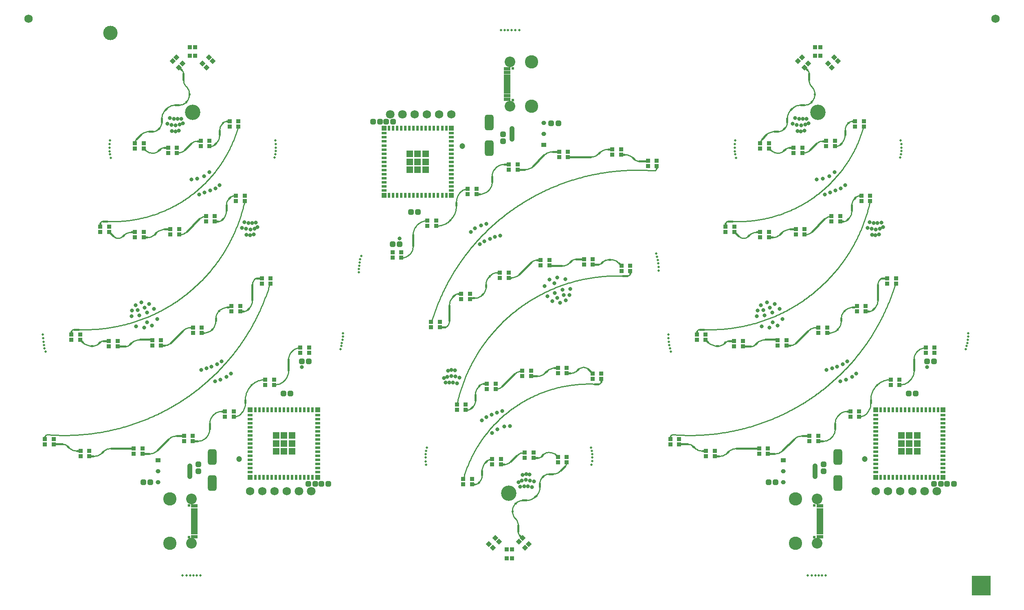
<source format=gts>
G04*
G04 #@! TF.GenerationSoftware,Altium Limited,Altium Designer,21.2.2 (38)*
G04*
G04 Layer_Color=8388736*
%FSLAX44Y44*%
%MOMM*%
G71*
G04*
G04 #@! TF.SameCoordinates,5FF3B01B-9308-42A9-B2BD-2142B56AF961*
G04*
G04*
G04 #@! TF.FilePolarity,Negative*
G04*
G01*
G75*
%ADD10C,0.2540*%
%ADD21R,1.0043X0.8721*%
G04:AMPARAMS|DCode=22|XSize=1.0043mm|YSize=0.8721mm|CornerRadius=0.4361mm|HoleSize=0mm|Usage=FLASHONLY|Rotation=0.000|XOffset=0mm|YOffset=0mm|HoleType=Round|Shape=RoundedRectangle|*
%AMROUNDEDRECTD22*
21,1,1.0043,0.0000,0,0,0.0*
21,1,0.1322,0.8721,0,0,0.0*
1,1,0.8721,0.0661,0.0000*
1,1,0.8721,-0.0661,0.0000*
1,1,0.8721,-0.0661,0.0000*
1,1,0.8721,0.0661,0.0000*
%
%ADD22ROUNDEDRECTD22*%
G04:AMPARAMS|DCode=23|XSize=1.0043mm|YSize=3.1821mm|CornerRadius=0.4369mm|HoleSize=0mm|Usage=FLASHONLY|Rotation=0.000|XOffset=0mm|YOffset=0mm|HoleType=Round|Shape=RoundedRectangle|*
%AMROUNDEDRECTD23*
21,1,1.0043,2.3084,0,0,0.0*
21,1,0.1306,3.1821,0,0,0.0*
1,1,0.8737,0.0653,-1.1542*
1,1,0.8737,-0.0653,-1.1542*
1,1,0.8737,-0.0653,1.1542*
1,1,0.8737,0.0653,1.1542*
%
%ADD23ROUNDEDRECTD23*%
%ADD38C,3.0000*%
%ADD53R,4.0000X4.1240*%
G04:AMPARAMS|DCode=54|XSize=1.1532mm|YSize=1.1532mm|CornerRadius=0.2916mm|HoleSize=0mm|Usage=FLASHONLY|Rotation=270.000|XOffset=0mm|YOffset=0mm|HoleType=Round|Shape=RoundedRectangle|*
%AMROUNDEDRECTD54*
21,1,1.1532,0.5700,0,0,270.0*
21,1,0.5700,1.1532,0,0,270.0*
1,1,0.5832,-0.2850,-0.2850*
1,1,0.5832,-0.2850,0.2850*
1,1,0.5832,0.2850,0.2850*
1,1,0.5832,0.2850,-0.2850*
%
%ADD54ROUNDEDRECTD54*%
%ADD55R,1.4032X1.4032*%
%ADD56R,1.0032X1.0032*%
%ADD57R,1.0032X0.6032*%
%ADD58R,0.6032X1.0032*%
G04:AMPARAMS|DCode=59|XSize=3.2032mm|YSize=1.8032mm|CornerRadius=0.4216mm|HoleSize=0mm|Usage=FLASHONLY|Rotation=90.000|XOffset=0mm|YOffset=0mm|HoleType=Round|Shape=RoundedRectangle|*
%AMROUNDEDRECTD59*
21,1,3.2032,0.9600,0,0,90.0*
21,1,2.3600,1.8032,0,0,90.0*
1,1,0.8432,0.4800,1.1800*
1,1,0.8432,0.4800,-1.1800*
1,1,0.8432,-0.4800,-1.1800*
1,1,0.8432,-0.4800,1.1800*
%
%ADD59ROUNDEDRECTD59*%
%ADD60P,1.2773X4X270.0*%
%ADD61R,1.4532X0.5032*%
%ADD62R,1.4532X0.8032*%
G04:AMPARAMS|DCode=63|XSize=1.1532mm|YSize=1.1532mm|CornerRadius=0.2916mm|HoleSize=0mm|Usage=FLASHONLY|Rotation=0.000|XOffset=0mm|YOffset=0mm|HoleType=Round|Shape=RoundedRectangle|*
%AMROUNDEDRECTD63*
21,1,1.1532,0.5700,0,0,0.0*
21,1,0.5700,1.1532,0,0,0.0*
1,1,0.5832,0.2850,-0.2850*
1,1,0.5832,-0.2850,-0.2850*
1,1,0.5832,-0.2850,0.2850*
1,1,0.5832,0.2850,0.2850*
%
%ADD63ROUNDEDRECTD63*%
%ADD64R,0.9032X0.9032*%
%ADD65R,0.9032X0.9032*%
%ADD66P,1.2773X4X180.0*%
%ADD67C,0.4572*%
%ADD68C,1.7272*%
%ADD69C,2.7682*%
%ADD70C,2.2032*%
%ADD71C,0.6032*%
%ADD72C,1.8032*%
%ADD73C,3.2032*%
%ADD74C,0.5032*%
%ADD75C,1.2032*%
%ADD76C,0.8032*%
D10*
X1712655Y1838475D02*
X1715128Y1838763D01*
X1717568Y1839256D01*
X1719959Y1839950D01*
X1722285Y1840840D01*
X1724528Y1841919D01*
X1726674Y1843182D01*
X1728708Y1844618D01*
X1730616Y1846218D01*
X1732384Y1847971D01*
X1734000Y1849865D01*
X1735454Y1851886D01*
X1736735Y1854021D01*
X1737834Y1856255D01*
X1738743Y1858573D01*
X1739458Y1860958D01*
X1739971Y1863394D01*
X1740281Y1865864D01*
X1740385Y1868352D01*
X1692124Y1849386D02*
X1689655Y1849348D01*
X1687192Y1849158D01*
X1684745Y1848816D01*
X1682324Y1848325D01*
X1679938Y1847686D01*
X1677596Y1846901D01*
X1675307Y1845973D01*
X1673079Y1844906D01*
X1670921Y1843704D01*
X1668841Y1842371D01*
X1666847Y1840913D01*
X1664946Y1839335D01*
X1663147Y1837643D01*
X1663138Y1837634D02*
X1661346Y1835729D01*
X1659673Y1833719D01*
X1658125Y1831611D01*
X1656706Y1829414D01*
X1655423Y1827136D01*
X1654279Y1824784D01*
X1653279Y1822368D01*
X1652427Y1819895D01*
X1651725Y1817376D01*
X1651177Y1814819D01*
X1650784Y1812234D01*
X1650547Y1809629D01*
X1650468Y1807015D01*
X1628857Y1772300D02*
X1631588Y1772790D01*
X1634229Y1773643D01*
X1636729Y1774844D01*
X1639046Y1776371D01*
X1641136Y1778196D01*
X1641136D02*
X1642834Y1780034D01*
X1644383Y1781999D01*
X1645773Y1784080D01*
X1646996Y1786263D01*
X1648043Y1788535D01*
X1648909Y1790883D01*
X1649588Y1793291D01*
X1650076Y1795746D01*
X1650370Y1798231D01*
X1650468Y1800731D01*
X1764763Y1915598D02*
X1762214Y1915464D01*
X1759694Y1915065D01*
X1757229Y1914405D01*
X1754847Y1913490D01*
X1752574Y1912332D01*
X1750434Y1910942D01*
X1748450Y1909336D01*
X1746646Y1907532D01*
X1745040Y1905549D01*
X1743651Y1903409D01*
X1742492Y1901136D01*
X1741578Y1898753D01*
X1740917Y1896288D01*
X1740518Y1893768D01*
X1740385Y1891220D01*
X1601700Y1783176D02*
X1599211Y1783054D01*
X1596745Y1782688D01*
X1594327Y1782082D01*
X1591980Y1781243D01*
X1589727Y1780177D01*
X1587589Y1778895D01*
X1585587Y1777410D01*
X1583740Y1775737D01*
X1582066Y1773890D01*
X1580581Y1771888D01*
X1579300Y1769749D01*
X1578234Y1767496D01*
X1577394Y1765149D01*
X1576789Y1762731D01*
X1576423Y1760266D01*
X1576301Y1757776D01*
X1550901Y1721210D02*
X1553390Y1721332D01*
X1555856Y1721698D01*
X1558274Y1722304D01*
X1560621Y1723143D01*
X1562874Y1724209D01*
X1565012Y1725491D01*
X1567014Y1726976D01*
X1568861Y1728649D01*
X1570535Y1730497D01*
X1572020Y1732499D01*
X1573301Y1734637D01*
X1574367Y1736890D01*
X1575207Y1739237D01*
X1575812Y1741655D01*
X1576178Y1744120D01*
X1576301Y1746610D01*
X1508501Y1732210D02*
X1506012Y1732088D01*
X1503546Y1731722D01*
X1501128Y1731116D01*
X1498781Y1730277D01*
X1496528Y1729211D01*
X1494390Y1727929D01*
X1492388Y1726445D01*
X1490541Y1724771D01*
X1450298Y1695048D02*
X1452787Y1695170D01*
X1455253Y1695536D01*
X1457671Y1696142D01*
X1460018Y1696982D01*
X1462271Y1698047D01*
X1464409Y1699329D01*
X1466411Y1700814D01*
X1468258Y1702487D01*
X1371516Y1706048D02*
X1368831Y1705897D01*
X1366180Y1705447D01*
X1363595Y1704702D01*
X1361111Y1703673D01*
X1358757Y1702372D01*
X1356564Y1700816D01*
X1354559Y1699024D01*
X1334984Y1689970D02*
X1337473Y1690092D01*
X1339939Y1690458D01*
X1342357Y1691064D01*
X1344704Y1691904D01*
X1346957Y1692969D01*
X1349095Y1694251D01*
X1351097Y1695736D01*
X1352944Y1697410D01*
X1514360Y2497937D02*
X1512587Y2498671D01*
X1522077Y2485270D02*
X1521847Y2487602D01*
X1521167Y2489843D01*
X1520063Y2491909D01*
X1518577Y2493720D01*
X1522077Y2472705D02*
X1522252Y2470031D01*
X1522775Y2467403D01*
X1523636Y2464866D01*
X1524821Y2462463D01*
X1526310Y2460235D01*
X1528076Y2458220D01*
X1534077Y2443735D02*
X1533901Y2446409D01*
X1533378Y2449037D01*
X1532517Y2451574D01*
X1531332Y2453977D01*
X1529843Y2456205D01*
X1528076Y2458220D01*
X1527536Y2426929D02*
X1529205Y2428797D01*
X1530654Y2430839D01*
X1531865Y2433031D01*
X1532823Y2435344D01*
X1533517Y2437751D01*
X1533936Y2440220D01*
X1534077Y2442720D01*
X1512238Y2420470D02*
X1514627Y2420604D01*
X1516986Y2421005D01*
X1519285Y2421667D01*
X1521496Y2422583D01*
X1523591Y2423741D01*
X1525542Y2425125D01*
X1527327Y2426720D01*
X1504848Y2420470D02*
X1502358Y2420348D01*
X1499892Y2419982D01*
X1497474Y2419376D01*
X1495127Y2418537D01*
X1492874Y2417471D01*
X1490736Y2416189D01*
X1488734Y2414704D01*
X1486887Y2413031D01*
X1484251Y2410395D02*
X1482581Y2408551D01*
X1481099Y2406553D01*
X1479820Y2404420D01*
X1478756Y2402171D01*
X1477918Y2399829D01*
X1477314Y2397415D01*
X1476949Y2394955D01*
X1476826Y2392470D01*
X1457827Y2365470D02*
X1460470Y2365678D01*
X1463049Y2366297D01*
X1465499Y2367312D01*
X1467760Y2368698D01*
X1469776Y2370420D01*
X1450226Y2365470D02*
X1447550Y2365320D01*
X1444908Y2364871D01*
X1442332Y2364129D01*
X1439856Y2363103D01*
X1437511Y2361807D01*
X1435325Y2360256D01*
X1433327Y2358470D01*
X1471326Y2371970D02*
X1472946Y2373817D01*
X1474311Y2375859D01*
X1475397Y2378062D01*
X1476187Y2380388D01*
X1476666Y2382797D01*
X1476826Y2385248D01*
X1424533Y2349676D02*
X1423002Y2347811D01*
X1421864Y2345682D01*
X1421163Y2343372D01*
X1420927Y2340970D01*
X1528227Y1811705D02*
X1530322Y1813146D01*
X1532408Y1814599D01*
X1534486Y1816064D01*
X1536556Y1817541D01*
X1538617Y1819030D01*
X1540669Y1820530D01*
X1542713Y1822042D01*
X1544748Y1823566D01*
X1546774Y1825102D01*
X1548792Y1826649D01*
X1550800Y1828208D01*
X1552800Y1829778D01*
X1554790Y1831360D01*
X1556772Y1832953D01*
X1558744Y1834558D01*
X1560707Y1836174D01*
X1562660Y1837801D01*
X1564604Y1839440D01*
X1566539Y1841089D01*
X1568464Y1842750D01*
X1570380Y1844422D01*
X1572286Y1846104D01*
X1574182Y1847798D01*
X1576069Y1849503D01*
X1577945Y1851218D01*
X1579812Y1852944D01*
X1581669Y1854681D01*
X1583516Y1856428D01*
X1585352Y1858186D01*
X1587179Y1859955D01*
X1588995Y1861734D01*
X1590801Y1863523D01*
X1592597Y1865323D01*
X1594382Y1867133D01*
X1596158Y1868954D01*
X1597922Y1870784D01*
X1599676Y1872625D01*
X1601419Y1874476D01*
X1603152Y1876336D01*
X1604874Y1878207D01*
X1606585Y1880087D01*
X1608285Y1881978D01*
X1609974Y1883878D01*
X1611653Y1885787D01*
X1613320Y1887707D01*
X1614977Y1889636D01*
X1616622Y1891574D01*
X1618256Y1893522D01*
X1619879Y1895479D01*
X1621490Y1897446D01*
X1623091Y1899421D01*
X1624679Y1901406D01*
X1626257Y1903400D01*
X1627823Y1905403D01*
X1629377Y1907415D01*
X1630920Y1909436D01*
X1632451Y1911466D01*
X1633970Y1913504D01*
X1635478Y1915552D01*
X1636974Y1917608D01*
X1638458Y1919672D01*
X1639930Y1921745D01*
X1641390Y1923826D01*
X1642838Y1925916D01*
X1644274Y1928014D01*
X1645698Y1930120D01*
X1647110Y1932235D01*
X1648510Y1934357D01*
X1649898Y1936488D01*
X1651273Y1938626D01*
X1652636Y1940772D01*
X1653986Y1942926D01*
X1655325Y1945088D01*
X1656650Y1947258D01*
X1657963Y1949435D01*
X1659264Y1951619D01*
X1660552Y1953811D01*
X1661828Y1956011D01*
X1663090Y1958218D01*
X1664340Y1960432D01*
X1665578Y1962653D01*
X1666802Y1964881D01*
X1668014Y1967116D01*
X1669213Y1969358D01*
X1670399Y1971607D01*
X1671572Y1973863D01*
X1672732Y1976125D01*
X1673878Y1978394D01*
X1675012Y1980670D01*
X1676133Y1982952D01*
X1677241Y1985240D01*
X1678335Y1987535D01*
X1679417Y1989836D01*
X1680484Y1992144D01*
X1681539Y1994457D01*
X1682581Y1996777D01*
X1683609Y1999102D01*
X1684623Y2001433D01*
X1685624Y2003770D01*
X1686612Y2006113D01*
X1687586Y2008461D01*
X1688547Y2010815D01*
X1689494Y2013175D01*
X1690428Y2015540D01*
X1691348Y2017910D01*
X1692254Y2020285D01*
X1693147Y2022666D01*
X1694026Y2025052D01*
X1694891Y2027442D01*
X1695743Y2029838D01*
X1696580Y2032238D01*
X1697404Y2034644D01*
X1698214Y2037054D01*
X1699010Y2039468D01*
X1699793Y2041888D01*
X1700561Y2044311D01*
X1701315Y2046739D01*
X1702054Y2049165D01*
X1304077Y1953470D02*
X1306611Y1953386D01*
X1309145Y1953322D01*
X1311680Y1953276D01*
X1314216Y1953249D01*
X1316751Y1953241D01*
X1319287Y1953251D01*
X1321822Y1953281D01*
X1324357Y1953329D01*
X1326892Y1953397D01*
X1329426Y1953483D01*
X1331959Y1953588D01*
X1334492Y1953712D01*
X1337023Y1953855D01*
X1339553Y1954016D01*
X1342083Y1954197D01*
X1344610Y1954396D01*
X1347136Y1954614D01*
X1349661Y1954851D01*
X1352183Y1955106D01*
X1354704Y1955381D01*
X1357222Y1955674D01*
X1359739Y1955986D01*
X1362252Y1956316D01*
X1364764Y1956665D01*
X1367272Y1957033D01*
X1369778Y1957420D01*
X1372281Y1957825D01*
X1374781Y1958249D01*
X1377278Y1958691D01*
X1379771Y1959152D01*
X1382261Y1959632D01*
X1384747Y1960130D01*
X1387229Y1960646D01*
X1389707Y1961181D01*
X1392182Y1961735D01*
X1394652Y1962307D01*
X1397118Y1962897D01*
X1399579Y1963505D01*
X1402036Y1964132D01*
X1404488Y1964777D01*
X1406935Y1965440D01*
X1409378Y1966122D01*
X1411815Y1966821D01*
X1414246Y1967539D01*
X1416673Y1968275D01*
X1419094Y1969029D01*
X1421509Y1969801D01*
X1423918Y1970591D01*
X1426322Y1971398D01*
X1428719Y1972224D01*
X1431110Y1973067D01*
X1433495Y1973928D01*
X1435873Y1974807D01*
X1438245Y1975704D01*
X1440610Y1976618D01*
X1442968Y1977550D01*
X1445319Y1978499D01*
X1447663Y1979466D01*
X1450000Y1980450D01*
X1452329Y1981452D01*
X1454651Y1982470D01*
X1456965Y1983506D01*
X1459271Y1984560D01*
X1461570Y1985630D01*
X1463860Y1986718D01*
X1466142Y1987822D01*
X1468416Y1988944D01*
X1470682Y1990082D01*
X1472939Y1991237D01*
X1475188Y1992409D01*
X1477427Y1993598D01*
X1479658Y1994803D01*
X1481879Y1996025D01*
X1484092Y1997263D01*
X1486295Y1998518D01*
X1488489Y1999789D01*
X1490674Y2001076D01*
X1492848Y2002380D01*
X1495013Y2003700D01*
X1497168Y2005036D01*
X1499313Y2006387D01*
X1501448Y2007755D01*
X1503573Y2009139D01*
X1505687Y2010538D01*
X1507791Y2011953D01*
X1509884Y2013384D01*
X1511967Y2014830D01*
X1514039Y2016292D01*
X1516100Y2017769D01*
X1518149Y2019261D01*
X1520188Y2020769D01*
X1522215Y2022292D01*
X1524231Y2023829D01*
X1526236Y2025382D01*
X1528229Y2026950D01*
X1530210Y2028532D01*
X1532179Y2030129D01*
X1534136Y2031741D01*
X1536082Y2033367D01*
X1538015Y2035008D01*
X1539936Y2036662D01*
X1541844Y2038332D01*
X1543740Y2040015D01*
X1545624Y2041713D01*
X1547495Y2043424D01*
X1549353Y2045149D01*
X1551198Y2046888D01*
X1553030Y2048641D01*
X1554849Y2050407D01*
X1556655Y2052187D01*
X1558447Y2053980D01*
X1560226Y2055787D01*
X1561992Y2057607D01*
X1563744Y2059439D01*
X1565482Y2061285D01*
X1567207Y2063144D01*
X1568918Y2065015D01*
X1570614Y2066899D01*
X1572297Y2068796D01*
X1573966Y2070705D01*
X1575620Y2072626D01*
X1577260Y2074560D01*
X1578885Y2076506D01*
X1580496Y2078464D01*
X1582093Y2080434D01*
X1583674Y2082416D01*
X1585241Y2084409D01*
X1586793Y2086414D01*
X1588330Y2088431D01*
X1589852Y2090459D01*
X1591359Y2092498D01*
X1592851Y2094548D01*
X1594327Y2096609D01*
X1595788Y2098682D01*
X1597233Y2100765D01*
X1598663Y2102859D01*
X1600078Y2104963D01*
X1601476Y2107078D01*
X1602859Y2109203D01*
X1604226Y2111339D01*
X1605577Y2113484D01*
X1606912Y2115640D01*
X1608231Y2117805D01*
X1609534Y2119980D01*
X1610821Y2122165D01*
X1612091Y2124359D01*
X1613345Y2126563D01*
X1614582Y2128776D01*
X1615803Y2130998D01*
X1617008Y2133229D01*
X1618196Y2135469D01*
X1619367Y2137718D01*
X1620521Y2139976D01*
X1621658Y2142242D01*
X1622779Y2144516D01*
X1623883Y2146799D01*
X1624969Y2149090D01*
X1626039Y2151389D01*
X1627091Y2153695D01*
X1628127Y2156010D01*
X1629145Y2158332D01*
X1630145Y2160662D01*
X1631129Y2162999D01*
X1632095Y2165343D01*
X1633043Y2167695D01*
X1633974Y2170053D01*
X1634887Y2172418D01*
X1635783Y2174790D01*
X1636661Y2177169D01*
X1637521Y2179554D01*
X1638364Y2181945D01*
X1639188Y2184343D01*
X1639995Y2186747D01*
X1640784Y2189156D01*
X1641555Y2191572D01*
X1642308Y2193993D01*
X1643043Y2196420D01*
X1643760Y2198852D01*
X1644459Y2201289D01*
X1645139Y2203731D01*
X1645802Y2206179D01*
X1646446Y2208631D01*
X1647072Y2211088D01*
X1647679Y2213550D01*
X1648269Y2216016D01*
X1648840Y2218486D01*
X1649392Y2220961D01*
X1294905Y1953470D02*
X1292292Y1952950D01*
X1290076Y1951470D01*
X1288927Y1948694D01*
X1363077Y2178470D02*
X1365623Y2178374D01*
X1368169Y2178302D01*
X1370717Y2178254D01*
X1373264Y2178230D01*
X1375812Y2178229D01*
X1378359Y2178253D01*
X1380907Y2178300D01*
X1383453Y2178372D01*
X1385999Y2178467D01*
X1388544Y2178586D01*
X1391088Y2178729D01*
X1393630Y2178895D01*
X1396171Y2179086D01*
X1398709Y2179300D01*
X1401246Y2179539D01*
X1403780Y2179800D01*
X1406312Y2180086D01*
X1408840Y2180395D01*
X1411366Y2180728D01*
X1413889Y2181085D01*
X1416408Y2181466D01*
X1418923Y2181870D01*
X1421435Y2182297D01*
X1423943Y2182748D01*
X1426446Y2183223D01*
X1428944Y2183721D01*
X1431438Y2184242D01*
X1433927Y2184787D01*
X1436410Y2185355D01*
X1438888Y2185946D01*
X1441361Y2186561D01*
X1443827Y2187199D01*
X1446288Y2187859D01*
X1448742Y2188543D01*
X1451190Y2189250D01*
X1453631Y2189980D01*
X1456065Y2190732D01*
X1458492Y2191508D01*
X1460911Y2192306D01*
X1463323Y2193127D01*
X1465727Y2193970D01*
X1468123Y2194836D01*
X1470511Y2195724D01*
X1472890Y2196635D01*
X1475261Y2197567D01*
X1477623Y2198522D01*
X1479976Y2199500D01*
X1482319Y2200499D01*
X1484654Y2201520D01*
X1486978Y2202563D01*
X1489293Y2203627D01*
X1491597Y2204714D01*
X1493891Y2205822D01*
X1496175Y2206951D01*
X1498448Y2208102D01*
X1500710Y2209274D01*
X1502961Y2210467D01*
X1505201Y2211681D01*
X1507429Y2212916D01*
X1509646Y2214172D01*
X1511851Y2215449D01*
X1514043Y2216746D01*
X1516224Y2218064D01*
X1518392Y2219402D01*
X1520547Y2220760D01*
X1522689Y2222139D01*
X1524819Y2223537D01*
X1526935Y2224956D01*
X1529038Y2226394D01*
X1531127Y2227852D01*
X1533203Y2229330D01*
X1535264Y2230827D01*
X1537312Y2232343D01*
X1539345Y2233878D01*
X1541364Y2235432D01*
X1543368Y2237005D01*
X1545357Y2238597D01*
X1547331Y2240207D01*
X1549290Y2241836D01*
X1551234Y2243483D01*
X1553162Y2245149D01*
X1555074Y2246832D01*
X1556971Y2248533D01*
X1558851Y2250252D01*
X1560715Y2251988D01*
X1562563Y2253742D01*
X1564395Y2255513D01*
X1566210Y2257301D01*
X1568008Y2259106D01*
X1569789Y2260928D01*
X1571552Y2262767D01*
X1573299Y2264622D01*
X1575028Y2266493D01*
X1576739Y2268380D01*
X1578432Y2270284D01*
X1580108Y2272203D01*
X1581766Y2274137D01*
X1583405Y2276087D01*
X1585026Y2278053D01*
X1586629Y2280034D01*
X1588212Y2282029D01*
X1589778Y2284039D01*
X1591324Y2286064D01*
X1592851Y2288103D01*
X1594359Y2290157D01*
X1595847Y2292224D01*
X1597317Y2294306D01*
X1598766Y2296401D01*
X1600196Y2298510D01*
X1601606Y2300632D01*
X1602996Y2302767D01*
X1604366Y2304915D01*
X1605716Y2307075D01*
X1607046Y2309249D01*
X1608355Y2311434D01*
X1609643Y2313632D01*
X1610911Y2315842D01*
X1612158Y2318063D01*
X1613385Y2320296D01*
X1614590Y2322541D01*
X1615774Y2324797D01*
X1616937Y2327064D01*
X1618078Y2329341D01*
X1619199Y2331629D01*
X1620297Y2333928D01*
X1621375Y2336237D01*
X1622430Y2338556D01*
X1623464Y2340884D01*
X1624475Y2343222D01*
X1625465Y2345570D01*
X1626433Y2347927D01*
X1627379Y2350292D01*
X1628302Y2352667D01*
X1629203Y2355050D01*
X1630082Y2357441D01*
X1630938Y2359841D01*
X1631772Y2362248D01*
X1632583Y2364663D01*
X1633371Y2367086D01*
X1634137Y2369516D01*
X1634880Y2371953D01*
X1635600Y2374397D01*
X1636297Y2376847D01*
X1354905Y2178470D02*
X1352292Y2177950D01*
X1350076Y2176470D01*
X1348927Y2173694D01*
X1238951Y1734677D02*
X1236366Y1733892D01*
X1234525Y1731914D01*
X1233926Y1729279D01*
X1239115Y1734679D02*
X1238951Y1734677D01*
X1239115Y1734679D02*
X1241649Y1734486D01*
X1244185Y1734307D01*
X1246721Y1734143D01*
X1249259Y1733992D01*
X1251797Y1733857D01*
X1254336Y1733735D01*
X1256875Y1733628D01*
X1259416Y1733536D01*
X1261956Y1733457D01*
X1264497Y1733393D01*
X1267038Y1733344D01*
X1269580Y1733309D01*
X1272122Y1733288D01*
X1274663Y1733281D01*
X1277205Y1733289D01*
X1279747Y1733311D01*
X1282289Y1733348D01*
X1284830Y1733399D01*
X1287371Y1733464D01*
X1289911Y1733544D01*
X1292452Y1733638D01*
X1294991Y1733747D01*
X1297530Y1733869D01*
X1300068Y1734007D01*
X1302605Y1734158D01*
X1305142Y1734324D01*
X1307677Y1734504D01*
X1310212Y1734699D01*
X1312745Y1734908D01*
X1315277Y1735131D01*
X1317807Y1735368D01*
X1320337Y1735620D01*
X1322865Y1735886D01*
X1325391Y1736167D01*
X1327916Y1736461D01*
X1330439Y1736770D01*
X1332960Y1737094D01*
X1335479Y1737431D01*
X1337997Y1737783D01*
X1340512Y1738149D01*
X1343025Y1738529D01*
X1345536Y1738923D01*
X1348045Y1739332D01*
X1350551Y1739754D01*
X1353055Y1740191D01*
X1355557Y1740642D01*
X1358056Y1741107D01*
X1360552Y1741587D01*
X1363045Y1742080D01*
X1365536Y1742588D01*
X1368024Y1743109D01*
X1370509Y1743645D01*
X1372990Y1744195D01*
X1375469Y1744758D01*
X1377944Y1745336D01*
X1380416Y1745928D01*
X1382885Y1746533D01*
X1385350Y1747153D01*
X1387811Y1747786D01*
X1390269Y1748434D01*
X1392724Y1749095D01*
X1395174Y1749770D01*
X1397621Y1750459D01*
X1400063Y1751162D01*
X1402502Y1751879D01*
X1404937Y1752609D01*
X1407367Y1753354D01*
X1409793Y1754111D01*
X1412215Y1754883D01*
X1414633Y1755668D01*
X1417046Y1756467D01*
X1419454Y1757280D01*
X1421858Y1758106D01*
X1424257Y1758946D01*
X1426651Y1759799D01*
X1429041Y1760666D01*
X1431425Y1761547D01*
X1433805Y1762440D01*
X1436179Y1763348D01*
X1438548Y1764268D01*
X1440912Y1765202D01*
X1443271Y1766150D01*
X1445624Y1767111D01*
X1447972Y1768085D01*
X1450314Y1769072D01*
X1452651Y1770072D01*
X1454982Y1771086D01*
X1457307Y1772113D01*
X1459626Y1773153D01*
X1461940Y1774206D01*
X1464247Y1775272D01*
X1466548Y1776352D01*
X1468844Y1777444D01*
X1471133Y1778549D01*
X1473415Y1779667D01*
X1475692Y1780798D01*
X1477962Y1781942D01*
X1480225Y1783098D01*
X1482482Y1784268D01*
X1484732Y1785450D01*
X1486976Y1786645D01*
X1489212Y1787852D01*
X1491442Y1789073D01*
X1493665Y1790305D01*
X1495881Y1791551D01*
X1498090Y1792809D01*
X1500291Y1794079D01*
X1502486Y1795361D01*
X1504673Y1796656D01*
X1506853Y1797964D01*
X1509025Y1799284D01*
X1511190Y1800616D01*
X1513347Y1801960D01*
X1515497Y1803316D01*
X1517639Y1804685D01*
X1519773Y1806066D01*
X1521899Y1807458D01*
X1524018Y1808863D01*
X1526128Y1810280D01*
X1528227Y1811705D01*
X1612526Y2386970D02*
X1610195Y2386740D01*
X1607953Y2386060D01*
X1605887Y2384956D01*
X1604077Y2383470D01*
X1603441Y2382834D02*
X1601817Y2381017D01*
X1600407Y2379030D01*
X1599228Y2376897D01*
X1598296Y2374646D01*
X1597621Y2372305D01*
X1597213Y2369903D01*
X1597077Y2367470D01*
X1589637Y2341030D02*
X1591311Y2342878D01*
X1592796Y2344880D01*
X1594077Y2347018D01*
X1595143Y2349271D01*
X1595983Y2351618D01*
X1596588Y2354036D01*
X1596954Y2356501D01*
X1597077Y2358991D01*
X1578627Y2334970D02*
X1580958Y2335200D01*
X1583200Y2335880D01*
X1585266Y2336984D01*
X1587077Y2338470D01*
X1556719Y2345470D02*
X1557926Y2345970D01*
X1551077Y2345470D02*
X1548556Y2345305D01*
X1546078Y2344812D01*
X1543685Y2344000D01*
X1541420Y2342883D01*
X1539319Y2341479D01*
X1537420Y2339813D01*
X1509384Y2320970D02*
X1511869Y2321110D01*
X1514322Y2321526D01*
X1516714Y2322215D01*
X1519013Y2323168D01*
X1521191Y2324372D01*
X1523221Y2325812D01*
X1525076Y2327470D01*
X1481526Y2331970D02*
X1479195Y2331740D01*
X1476953Y2331060D01*
X1474887Y2329956D01*
X1473076Y2328470D01*
X1458076Y2320470D02*
X1460720Y2320678D01*
X1463299Y2321297D01*
X1465749Y2322312D01*
X1468010Y2323698D01*
X1470026Y2325420D01*
X1442115Y2327081D02*
X1444003Y2325395D01*
X1446067Y2323930D01*
X1448283Y2322705D01*
X1450621Y2321737D01*
X1453054Y2321036D01*
X1455549Y2320612D01*
X1458076Y2320470D01*
X1627526Y2231970D02*
X1625195Y2231740D01*
X1622953Y2231060D01*
X1620887Y2229956D01*
X1619077Y2228470D01*
X1616733Y2226127D02*
X1615068Y2224227D01*
X1613664Y2222127D01*
X1612547Y2219861D01*
X1611735Y2217469D01*
X1611242Y2214991D01*
X1611077Y2212470D01*
X1603637Y2183031D02*
X1605311Y2184877D01*
X1606796Y2186880D01*
X1608077Y2189018D01*
X1609143Y2191271D01*
X1609983Y2193618D01*
X1610588Y2196036D01*
X1610954Y2198501D01*
X1611077Y2200991D01*
X1593627Y2177970D02*
X1595958Y2178200D01*
X1598200Y2178880D01*
X1600266Y2179984D01*
X1602077Y2181470D01*
X1568927Y2188970D02*
X1566296Y2188798D01*
X1563710Y2188283D01*
X1561213Y2187436D01*
X1558849Y2186270D01*
X1556656Y2184805D01*
X1554674Y2183067D01*
X1513226Y2150970D02*
X1515754Y2151112D01*
X1518249Y2151536D01*
X1520682Y2152237D01*
X1523020Y2153206D01*
X1525236Y2154430D01*
X1527301Y2155895D01*
X1529188Y2157581D01*
X1483098Y2161970D02*
X1480608Y2161848D01*
X1478142Y2161482D01*
X1475724Y2160876D01*
X1473377Y2160037D01*
X1471124Y2158971D01*
X1468986Y2157689D01*
X1466984Y2156205D01*
X1465137Y2154530D01*
X1446384Y2144970D02*
X1448869Y2145110D01*
X1451322Y2145526D01*
X1453714Y2146215D01*
X1456013Y2147168D01*
X1458191Y2148372D01*
X1460221Y2149812D01*
X1462077Y2151470D01*
X1413769Y2155970D02*
X1411284Y2155831D01*
X1408831Y2155414D01*
X1406439Y2154725D01*
X1404140Y2153772D01*
X1401962Y2152569D01*
X1399932Y2151128D01*
X1398076Y2149470D01*
X1396317Y2147710D02*
X1396319Y2147713D01*
X1386077Y2143470D02*
X1388902Y2143748D01*
X1391618Y2144572D01*
X1394122Y2145910D01*
X1396317Y2147710D01*
X1376090Y2147607D02*
X1378230Y2145850D01*
X1380672Y2144545D01*
X1383321Y2143741D01*
X1386077Y2143470D01*
X1673698Y2059970D02*
X1671738Y2059580D01*
X1670076Y2058470D01*
X1668337Y2056433D01*
X1666937Y2054149D01*
X1665912Y2051674D01*
X1665287Y2049069D01*
X1665076Y2046399D01*
X1657637Y1997030D02*
X1659311Y1998878D01*
X1660796Y2000880D01*
X1662077Y2003018D01*
X1663143Y2005271D01*
X1663983Y2007618D01*
X1664588Y2010036D01*
X1664954Y2012501D01*
X1665076Y2014991D01*
X1646627Y1990970D02*
X1648958Y1991200D01*
X1651200Y1991880D01*
X1653266Y1992984D01*
X1655076Y1994470D01*
X1615891Y1999470D02*
X1618100Y1999761D01*
X1620159Y2000614D01*
X1621927Y2001970D01*
X1612976Y1999470D02*
X1610300Y1999320D01*
X1607658Y1998871D01*
X1605083Y1998129D01*
X1602606Y1997103D01*
X1600261Y1995807D01*
X1598075Y1994256D01*
X1596077Y1992470D01*
X1595440Y1991834D02*
X1593817Y1990017D01*
X1592407Y1988030D01*
X1591228Y1985897D01*
X1590296Y1983646D01*
X1589621Y1981305D01*
X1589213Y1978903D01*
X1589077Y1976470D01*
X1581637Y1954031D02*
X1583311Y1955878D01*
X1584796Y1957880D01*
X1586077Y1960018D01*
X1587143Y1962271D01*
X1587983Y1964618D01*
X1588588Y1967036D01*
X1588954Y1969501D01*
X1589077Y1971991D01*
X1564177Y1946470D02*
X1566853Y1946620D01*
X1569495Y1947069D01*
X1572070Y1947811D01*
X1574547Y1948837D01*
X1576892Y1950133D01*
X1579078Y1951684D01*
X1581077Y1953470D01*
X1537598Y1957470D02*
X1535108Y1957348D01*
X1532642Y1956982D01*
X1530224Y1956376D01*
X1527877Y1955537D01*
X1525624Y1954471D01*
X1523486Y1953189D01*
X1521484Y1951705D01*
X1519637Y1950031D01*
X1483005Y1920470D02*
X1485676Y1920680D01*
X1488281Y1921306D01*
X1490755Y1922331D01*
X1493040Y1923730D01*
X1495076Y1925470D01*
X1457077Y1931470D02*
X1454662Y1932470D01*
X1431597D02*
X1429108Y1932348D01*
X1426642Y1931982D01*
X1424224Y1931376D01*
X1421877Y1930537D01*
X1419624Y1929471D01*
X1417486Y1928189D01*
X1415484Y1926705D01*
X1413637Y1925031D01*
X1401420Y1918470D02*
X1404084Y1918732D01*
X1406646Y1919510D01*
X1409007Y1920772D01*
X1411077Y1922470D01*
X1355319Y1929470D02*
X1352668Y1929121D01*
X1350198Y1928098D01*
X1348076Y1926470D01*
X1333076Y1919470D02*
X1335598Y1919635D01*
X1338075Y1920128D01*
X1340468Y1920940D01*
X1342733Y1922058D01*
X1344834Y1923461D01*
X1346733Y1925127D01*
X1312287Y1926909D02*
X1314134Y1925236D01*
X1316136Y1923751D01*
X1318274Y1922469D01*
X1320527Y1921404D01*
X1322874Y1920564D01*
X1325292Y1919958D01*
X1327758Y1919592D01*
X1330248Y1919470D01*
X1283137Y1708409D02*
X1284984Y1706736D01*
X1286986Y1705251D01*
X1289124Y1703969D01*
X1291377Y1702903D01*
X1293724Y1702064D01*
X1296142Y1701458D01*
X1298608Y1701092D01*
X1301098Y1700970D01*
X1281077Y1710470D02*
X1279243Y1712036D01*
X1277188Y1713295D01*
X1274960Y1714218D01*
X1272616Y1714781D01*
X1270212Y1714970D01*
X3012667Y1838475D02*
X3015140Y1838763D01*
X3017581Y1839256D01*
X3019972Y1839950D01*
X3022297Y1840840D01*
X3024541Y1841919D01*
X3026687Y1843182D01*
X3028721Y1844618D01*
X3030628Y1846218D01*
X3032396Y1847971D01*
X3034013Y1849865D01*
X3035466Y1851886D01*
X3036747Y1854021D01*
X3037846Y1856255D01*
X3038756Y1858573D01*
X3039470Y1860958D01*
X3039984Y1863394D01*
X3040294Y1865864D01*
X3040397Y1868352D01*
X2992137Y1849386D02*
X2989667Y1849348D01*
X2987204Y1849158D01*
X2984758Y1848816D01*
X2982337Y1848325D01*
X2979951Y1847686D01*
X2977609Y1846901D01*
X2975319Y1845973D01*
X2973091Y1844906D01*
X2970934Y1843704D01*
X2968853Y1842371D01*
X2966859Y1840913D01*
X2964959Y1839335D01*
X2963159Y1837643D01*
X2963150Y1837634D02*
X2961359Y1835729D01*
X2959686Y1833719D01*
X2958138Y1831611D01*
X2956719Y1829414D01*
X2955435Y1827136D01*
X2954291Y1824784D01*
X2953292Y1822368D01*
X2952439Y1819895D01*
X2951738Y1817376D01*
X2951190Y1814819D01*
X2950797Y1812234D01*
X2950560Y1809629D01*
X2950481Y1807015D01*
X2928870Y1772300D02*
X2931601Y1772790D01*
X2934241Y1773643D01*
X2936742Y1774844D01*
X2939059Y1776371D01*
X2941148Y1778196D01*
X2941148D02*
X2942846Y1780034D01*
X2944395Y1781999D01*
X2945786Y1784080D01*
X2947008Y1786263D01*
X2948055Y1788535D01*
X2948922Y1790883D01*
X2949601Y1793291D01*
X2950089Y1795746D01*
X2950383Y1798231D01*
X2950481Y1800731D01*
X3064775Y1915598D02*
X3062227Y1915464D01*
X3059707Y1915065D01*
X3057242Y1914405D01*
X3054860Y1913490D01*
X3052586Y1912332D01*
X3050446Y1910942D01*
X3048463Y1909336D01*
X3046659Y1907532D01*
X3045053Y1905549D01*
X3043663Y1903409D01*
X3042505Y1901136D01*
X3041590Y1898753D01*
X3040930Y1896288D01*
X3040531Y1893768D01*
X3040397Y1891220D01*
X2901713Y1783176D02*
X2899223Y1783054D01*
X2896758Y1782688D01*
X2894340Y1782082D01*
X2891993Y1781243D01*
X2889740Y1780177D01*
X2887602Y1778895D01*
X2885599Y1777410D01*
X2883753Y1775737D01*
X2882079Y1773890D01*
X2880594Y1771888D01*
X2879312Y1769749D01*
X2878246Y1767496D01*
X2877407Y1765149D01*
X2876801Y1762731D01*
X2876436Y1760266D01*
X2876313Y1757776D01*
X2850913Y1721210D02*
X2853403Y1721332D01*
X2855869Y1721698D01*
X2858286Y1722304D01*
X2860633Y1723143D01*
X2862887Y1724209D01*
X2865024Y1725491D01*
X2867027Y1726976D01*
X2868874Y1728649D01*
X2870547Y1730497D01*
X2872032Y1732499D01*
X2873314Y1734637D01*
X2874380Y1736890D01*
X2875219Y1739237D01*
X2875825Y1741655D01*
X2876191Y1744120D01*
X2876313Y1746610D01*
X2808514Y1732210D02*
X2806024Y1732088D01*
X2803559Y1731722D01*
X2801141Y1731116D01*
X2798794Y1730277D01*
X2796541Y1729211D01*
X2794402Y1727929D01*
X2792401Y1726445D01*
X2790554Y1724771D01*
X2750310Y1695048D02*
X2752800Y1695170D01*
X2755265Y1695536D01*
X2757683Y1696142D01*
X2760030Y1696982D01*
X2762284Y1698047D01*
X2764421Y1699329D01*
X2766424Y1700814D01*
X2768271Y1702487D01*
X2671529Y1706048D02*
X2668843Y1705897D01*
X2666192Y1705447D01*
X2663608Y1704702D01*
X2661123Y1703673D01*
X2658770Y1702372D01*
X2656576Y1700816D01*
X2654571Y1699024D01*
X2634996Y1689970D02*
X2637486Y1690092D01*
X2639951Y1690458D01*
X2642369Y1691064D01*
X2644716Y1691904D01*
X2646970Y1692969D01*
X2649107Y1694251D01*
X2651110Y1695736D01*
X2652957Y1697410D01*
X2814372Y2497937D02*
X2812600Y2498671D01*
X2822089Y2485270D02*
X2821859Y2487602D01*
X2821180Y2489843D01*
X2820075Y2491909D01*
X2818589Y2493720D01*
X2822089Y2472705D02*
X2822264Y2470031D01*
X2822787Y2467403D01*
X2823648Y2464866D01*
X2824834Y2462463D01*
X2826322Y2460235D01*
X2828089Y2458220D01*
X2834089Y2443735D02*
X2833914Y2446409D01*
X2833391Y2449037D01*
X2832530Y2451574D01*
X2831345Y2453977D01*
X2829856Y2456205D01*
X2828089Y2458220D01*
X2827548Y2426929D02*
X2829217Y2428797D01*
X2830666Y2430839D01*
X2831877Y2433031D01*
X2832836Y2435344D01*
X2833529Y2437751D01*
X2833949Y2440220D01*
X2834089Y2442720D01*
X2812250Y2420470D02*
X2814639Y2420604D01*
X2816999Y2421005D01*
X2819298Y2421667D01*
X2821509Y2422583D01*
X2823603Y2423741D01*
X2825555Y2425125D01*
X2827339Y2426720D01*
X2804860Y2420470D02*
X2802371Y2420348D01*
X2799905Y2419982D01*
X2797487Y2419376D01*
X2795140Y2418537D01*
X2792887Y2417471D01*
X2790749Y2416189D01*
X2788747Y2414704D01*
X2786900Y2413031D01*
X2784264Y2410395D02*
X2782593Y2408551D01*
X2781111Y2406553D01*
X2779832Y2404420D01*
X2778769Y2402171D01*
X2777931Y2399829D01*
X2777326Y2397415D01*
X2776961Y2394955D01*
X2776839Y2392470D01*
X2757839Y2365470D02*
X2760483Y2365678D01*
X2763061Y2366297D01*
X2765511Y2367312D01*
X2767772Y2368698D01*
X2769789Y2370420D01*
X2750239Y2365470D02*
X2747563Y2365320D01*
X2744920Y2364871D01*
X2742345Y2364129D01*
X2739869Y2363103D01*
X2737523Y2361807D01*
X2735338Y2360256D01*
X2733339Y2358470D01*
X2771339Y2371970D02*
X2772959Y2373817D01*
X2774323Y2375859D01*
X2775410Y2378062D01*
X2776199Y2380388D01*
X2776678Y2382797D01*
X2776839Y2385248D01*
X2724545Y2349676D02*
X2723014Y2347811D01*
X2721876Y2345682D01*
X2721176Y2343372D01*
X2720939Y2340970D01*
X2828239Y1811705D02*
X2830334Y1813146D01*
X2832420Y1814599D01*
X2834499Y1816064D01*
X2836568Y1817541D01*
X2838629Y1819030D01*
X2840682Y1820530D01*
X2842726Y1822042D01*
X2844761Y1823566D01*
X2846787Y1825102D01*
X2848805Y1826649D01*
X2850813Y1828208D01*
X2852812Y1829778D01*
X2854803Y1831360D01*
X2856784Y1832953D01*
X2858756Y1834558D01*
X2860719Y1836174D01*
X2862673Y1837801D01*
X2864617Y1839440D01*
X2866552Y1841089D01*
X2868477Y1842750D01*
X2870392Y1844422D01*
X2872298Y1846104D01*
X2874195Y1847798D01*
X2876081Y1849503D01*
X2877958Y1851218D01*
X2879825Y1852944D01*
X2881682Y1854681D01*
X2883528Y1856428D01*
X2885365Y1858186D01*
X2887191Y1859955D01*
X2889008Y1861734D01*
X2890814Y1863523D01*
X2892610Y1865323D01*
X2894395Y1867133D01*
X2896170Y1868954D01*
X2897935Y1870784D01*
X2899688Y1872625D01*
X2901432Y1874476D01*
X2903164Y1876336D01*
X2904886Y1878207D01*
X2906597Y1880087D01*
X2908298Y1881978D01*
X2909987Y1883878D01*
X2911665Y1885787D01*
X2913333Y1887707D01*
X2914989Y1889636D01*
X2916635Y1891574D01*
X2918268Y1893522D01*
X2919891Y1895479D01*
X2921503Y1897446D01*
X2923103Y1899421D01*
X2924692Y1901406D01*
X2926269Y1903400D01*
X2927835Y1905403D01*
X2929390Y1907415D01*
X2930932Y1909436D01*
X2932463Y1911466D01*
X2933983Y1913504D01*
X2935490Y1915552D01*
X2936986Y1917608D01*
X2938470Y1919672D01*
X2939942Y1921745D01*
X2941403Y1923826D01*
X2942851Y1925916D01*
X2944287Y1928014D01*
X2945711Y1930120D01*
X2947123Y1932235D01*
X2948523Y1934357D01*
X2949910Y1936488D01*
X2951285Y1938626D01*
X2952648Y1940772D01*
X2953999Y1942926D01*
X2955337Y1945088D01*
X2956663Y1947258D01*
X2957976Y1949435D01*
X2959277Y1951619D01*
X2960565Y1953811D01*
X2961840Y1956011D01*
X2963103Y1958218D01*
X2964353Y1960432D01*
X2965590Y1962653D01*
X2966815Y1964881D01*
X2968026Y1967116D01*
X2969225Y1969358D01*
X2970411Y1971607D01*
X2971584Y1973863D01*
X2972744Y1976125D01*
X2973891Y1978394D01*
X2975025Y1980670D01*
X2976146Y1982952D01*
X2977253Y1985240D01*
X2978348Y1987535D01*
X2979429Y1989836D01*
X2980497Y1992144D01*
X2981552Y1994457D01*
X2982593Y1996777D01*
X2983621Y1999102D01*
X2984636Y2001433D01*
X2985637Y2003770D01*
X2986625Y2006113D01*
X2987599Y2008461D01*
X2988560Y2010815D01*
X2989507Y2013175D01*
X2990440Y2015540D01*
X2991360Y2017910D01*
X2992267Y2020285D01*
X2993159Y2022666D01*
X2994038Y2025052D01*
X2994904Y2027442D01*
X2995755Y2029838D01*
X2996593Y2032238D01*
X2997417Y2034644D01*
X2998227Y2037054D01*
X2999023Y2039468D01*
X2999805Y2041888D01*
X3000574Y2044311D01*
X3001328Y2046739D01*
X3002067Y2049165D01*
X2604089Y1953470D02*
X2606623Y1953386D01*
X2609158Y1953322D01*
X2611693Y1953276D01*
X2614229Y1953249D01*
X2616764Y1953241D01*
X2619299Y1953251D01*
X2621835Y1953281D01*
X2624370Y1953329D01*
X2626904Y1953397D01*
X2629438Y1953483D01*
X2631972Y1953588D01*
X2634504Y1953712D01*
X2637036Y1953855D01*
X2639566Y1954016D01*
X2642095Y1954197D01*
X2644623Y1954396D01*
X2647149Y1954614D01*
X2649673Y1954851D01*
X2652196Y1955106D01*
X2654716Y1955381D01*
X2657235Y1955674D01*
X2659751Y1955986D01*
X2662265Y1956316D01*
X2664776Y1956665D01*
X2667285Y1957033D01*
X2669791Y1957420D01*
X2672294Y1957825D01*
X2674794Y1958249D01*
X2677290Y1958691D01*
X2679783Y1959152D01*
X2682273Y1959632D01*
X2684759Y1960130D01*
X2687242Y1960646D01*
X2689720Y1961181D01*
X2692195Y1961735D01*
X2694665Y1962307D01*
X2697130Y1962897D01*
X2699592Y1963505D01*
X2702049Y1964132D01*
X2704501Y1964777D01*
X2706948Y1965440D01*
X2709390Y1966122D01*
X2711827Y1966821D01*
X2714259Y1967539D01*
X2716685Y1968275D01*
X2719106Y1969029D01*
X2721521Y1969801D01*
X2723931Y1970591D01*
X2726334Y1971398D01*
X2728731Y1972224D01*
X2731122Y1973067D01*
X2733507Y1973928D01*
X2735886Y1974807D01*
X2738257Y1975704D01*
X2740622Y1976618D01*
X2742980Y1977550D01*
X2745331Y1978499D01*
X2747675Y1979466D01*
X2750012Y1980450D01*
X2752341Y1981452D01*
X2754663Y1982470D01*
X2756978Y1983506D01*
X2759284Y1984560D01*
X2761582Y1985630D01*
X2763873Y1986718D01*
X2766155Y1987822D01*
X2768429Y1988944D01*
X2770695Y1990082D01*
X2772952Y1991237D01*
X2775200Y1992409D01*
X2777440Y1993598D01*
X2779670Y1994803D01*
X2781892Y1996025D01*
X2784105Y1997263D01*
X2786308Y1998518D01*
X2788502Y1999789D01*
X2790686Y2001076D01*
X2792861Y2002380D01*
X2795026Y2003700D01*
X2797181Y2005036D01*
X2799326Y2006387D01*
X2801461Y2007755D01*
X2803586Y2009139D01*
X2805700Y2010538D01*
X2807804Y2011953D01*
X2809897Y2013384D01*
X2811980Y2014830D01*
X2814051Y2016292D01*
X2816112Y2017769D01*
X2818162Y2019261D01*
X2820201Y2020769D01*
X2822228Y2022292D01*
X2824244Y2023829D01*
X2826248Y2025382D01*
X2828241Y2026950D01*
X2830222Y2028532D01*
X2832191Y2030129D01*
X2834149Y2031741D01*
X2836094Y2033367D01*
X2838027Y2035008D01*
X2839948Y2036662D01*
X2841857Y2038332D01*
X2843753Y2040015D01*
X2845636Y2041713D01*
X2847507Y2043424D01*
X2849365Y2045149D01*
X2851210Y2046888D01*
X2853042Y2048641D01*
X2854861Y2050407D01*
X2856667Y2052187D01*
X2858460Y2053980D01*
X2860239Y2055787D01*
X2862005Y2057607D01*
X2863757Y2059439D01*
X2865495Y2061285D01*
X2867220Y2063144D01*
X2868930Y2065015D01*
X2870627Y2066899D01*
X2872310Y2068796D01*
X2873978Y2070705D01*
X2875633Y2072626D01*
X2877273Y2074560D01*
X2878898Y2076506D01*
X2880509Y2078464D01*
X2882105Y2080434D01*
X2883687Y2082416D01*
X2885254Y2084409D01*
X2886806Y2086414D01*
X2888343Y2088431D01*
X2889865Y2090459D01*
X2891371Y2092498D01*
X2892863Y2094548D01*
X2894340Y2096609D01*
X2895800Y2098682D01*
X2897246Y2100765D01*
X2898676Y2102859D01*
X2900090Y2104963D01*
X2901489Y2107078D01*
X2902872Y2109203D01*
X2904239Y2111339D01*
X2905590Y2113484D01*
X2906925Y2115640D01*
X2908244Y2117805D01*
X2909547Y2119980D01*
X2910833Y2122165D01*
X2912103Y2124359D01*
X2913358Y2126563D01*
X2914595Y2128776D01*
X2915816Y2130998D01*
X2917020Y2133229D01*
X2918208Y2135469D01*
X2919379Y2137718D01*
X2920534Y2139976D01*
X2921671Y2142242D01*
X2922792Y2144516D01*
X2923895Y2146799D01*
X2924982Y2149090D01*
X2926052Y2151389D01*
X2927104Y2153695D01*
X2928139Y2156010D01*
X2929157Y2158332D01*
X2930158Y2160662D01*
X2931141Y2162999D01*
X2932107Y2165343D01*
X2933055Y2167695D01*
X2933987Y2170053D01*
X2934900Y2172418D01*
X2935795Y2174790D01*
X2936674Y2177169D01*
X2937534Y2179554D01*
X2938376Y2181945D01*
X2939201Y2184343D01*
X2940008Y2186747D01*
X2940797Y2189156D01*
X2941568Y2191572D01*
X2942321Y2193993D01*
X2943056Y2196420D01*
X2943773Y2198852D01*
X2944471Y2201289D01*
X2945152Y2203731D01*
X2945814Y2206179D01*
X2946458Y2208631D01*
X2947084Y2211088D01*
X2947692Y2213550D01*
X2948281Y2216016D01*
X2948852Y2218486D01*
X2949405Y2220961D01*
X2594918Y1953470D02*
X2592304Y1952950D01*
X2590089Y1951470D01*
X2588939Y1948694D01*
X2663089Y2178470D02*
X2665635Y2178374D01*
X2668182Y2178302D01*
X2670729Y2178254D01*
X2673277Y2178230D01*
X2675824Y2178229D01*
X2678372Y2178253D01*
X2680919Y2178300D01*
X2683466Y2178372D01*
X2686012Y2178467D01*
X2688557Y2178586D01*
X2691100Y2178729D01*
X2693643Y2178895D01*
X2696183Y2179086D01*
X2698722Y2179300D01*
X2701259Y2179539D01*
X2703793Y2179800D01*
X2706324Y2180086D01*
X2708853Y2180395D01*
X2711379Y2180728D01*
X2713901Y2181085D01*
X2716421Y2181466D01*
X2718936Y2181870D01*
X2721448Y2182297D01*
X2723955Y2182748D01*
X2726458Y2183223D01*
X2728957Y2183721D01*
X2731451Y2184242D01*
X2733939Y2184787D01*
X2736423Y2185355D01*
X2738901Y2185946D01*
X2741373Y2186561D01*
X2743840Y2187199D01*
X2746300Y2187859D01*
X2748755Y2188543D01*
X2751202Y2189250D01*
X2753643Y2189980D01*
X2756077Y2190732D01*
X2758504Y2191508D01*
X2760923Y2192306D01*
X2763336Y2193127D01*
X2765740Y2193970D01*
X2768136Y2194836D01*
X2770523Y2195724D01*
X2772903Y2196635D01*
X2775274Y2197567D01*
X2777635Y2198522D01*
X2779988Y2199500D01*
X2782332Y2200499D01*
X2784666Y2201520D01*
X2786991Y2202563D01*
X2789305Y2203627D01*
X2791609Y2204714D01*
X2793904Y2205822D01*
X2796187Y2206951D01*
X2798461Y2208102D01*
X2800723Y2209274D01*
X2802974Y2210467D01*
X2805214Y2211681D01*
X2807442Y2212916D01*
X2809659Y2214172D01*
X2811863Y2215449D01*
X2814056Y2216746D01*
X2816236Y2218064D01*
X2818404Y2219402D01*
X2820559Y2220760D01*
X2822702Y2222139D01*
X2824832Y2223537D01*
X2826948Y2224956D01*
X2829051Y2226394D01*
X2831140Y2227852D01*
X2833215Y2229330D01*
X2835277Y2230827D01*
X2837325Y2232343D01*
X2839358Y2233878D01*
X2841376Y2235432D01*
X2843380Y2237005D01*
X2845370Y2238597D01*
X2847344Y2240207D01*
X2849303Y2241836D01*
X2851246Y2243483D01*
X2853174Y2245149D01*
X2855087Y2246832D01*
X2856983Y2248533D01*
X2858864Y2250252D01*
X2860728Y2251988D01*
X2862576Y2253742D01*
X2864407Y2255513D01*
X2866222Y2257301D01*
X2868020Y2259106D01*
X2869801Y2260928D01*
X2871565Y2262767D01*
X2873311Y2264622D01*
X2875040Y2266493D01*
X2876751Y2268380D01*
X2878445Y2270284D01*
X2880121Y2272203D01*
X2881778Y2274137D01*
X2883418Y2276087D01*
X2885039Y2278053D01*
X2886641Y2280034D01*
X2888225Y2282029D01*
X2889790Y2284039D01*
X2891336Y2286064D01*
X2892863Y2288103D01*
X2894371Y2290157D01*
X2895860Y2292224D01*
X2897329Y2294306D01*
X2898779Y2296401D01*
X2900209Y2298510D01*
X2901619Y2300632D01*
X2903009Y2302767D01*
X2904379Y2304915D01*
X2905729Y2307075D01*
X2907058Y2309249D01*
X2908367Y2311434D01*
X2909656Y2313632D01*
X2910924Y2315842D01*
X2912171Y2318063D01*
X2913397Y2320296D01*
X2914602Y2322541D01*
X2915786Y2324797D01*
X2916949Y2327064D01*
X2918091Y2329341D01*
X2919211Y2331629D01*
X2920310Y2333928D01*
X2921387Y2336237D01*
X2922443Y2338556D01*
X2923476Y2340884D01*
X2924488Y2343222D01*
X2925478Y2345570D01*
X2926446Y2347927D01*
X2927391Y2350292D01*
X2928315Y2352667D01*
X2929216Y2355050D01*
X2930094Y2357441D01*
X2930951Y2359841D01*
X2931784Y2362248D01*
X2932596Y2364663D01*
X2933384Y2367086D01*
X2934149Y2369516D01*
X2934892Y2371953D01*
X2935612Y2374397D01*
X2936310Y2376847D01*
X2654918Y2178470D02*
X2652304Y2177950D01*
X2650089Y2176470D01*
X2648939Y2173694D01*
X2538964Y1734677D02*
X2536378Y1733892D01*
X2534537Y1731914D01*
X2533939Y1729279D01*
X2539127Y1734679D02*
X2538964Y1734677D01*
X2539127Y1734679D02*
X2541662Y1734486D01*
X2544197Y1734307D01*
X2546734Y1734143D01*
X2549271Y1733992D01*
X2551809Y1733857D01*
X2554348Y1733735D01*
X2556888Y1733628D01*
X2559428Y1733536D01*
X2561969Y1733457D01*
X2564510Y1733393D01*
X2567051Y1733344D01*
X2569593Y1733309D01*
X2572134Y1733288D01*
X2574676Y1733281D01*
X2577218Y1733289D01*
X2579760Y1733311D01*
X2582301Y1733348D01*
X2584843Y1733399D01*
X2587383Y1733464D01*
X2589924Y1733544D01*
X2592464Y1733638D01*
X2595004Y1733747D01*
X2597542Y1733869D01*
X2600081Y1734007D01*
X2602618Y1734158D01*
X2605154Y1734324D01*
X2607690Y1734504D01*
X2610224Y1734699D01*
X2612757Y1734908D01*
X2615289Y1735131D01*
X2617820Y1735368D01*
X2620349Y1735620D01*
X2622877Y1735886D01*
X2625403Y1736167D01*
X2627928Y1736461D01*
X2630451Y1736770D01*
X2632972Y1737094D01*
X2635492Y1737431D01*
X2638009Y1737783D01*
X2640524Y1738149D01*
X2643038Y1738529D01*
X2645549Y1738923D01*
X2648057Y1739332D01*
X2650564Y1739754D01*
X2653068Y1740191D01*
X2655569Y1740642D01*
X2658068Y1741107D01*
X2660565Y1741587D01*
X2663058Y1742080D01*
X2665549Y1742588D01*
X2668036Y1743109D01*
X2670521Y1743645D01*
X2673003Y1744195D01*
X2675481Y1744758D01*
X2677957Y1745336D01*
X2680428Y1745928D01*
X2682897Y1746533D01*
X2685362Y1747153D01*
X2687824Y1747786D01*
X2690282Y1748434D01*
X2692736Y1749095D01*
X2695187Y1749770D01*
X2697633Y1750459D01*
X2700076Y1751162D01*
X2702515Y1751879D01*
X2704949Y1752609D01*
X2707380Y1753354D01*
X2709806Y1754111D01*
X2712228Y1754883D01*
X2714645Y1755668D01*
X2717058Y1756467D01*
X2719467Y1757280D01*
X2721870Y1758106D01*
X2724270Y1758946D01*
X2726664Y1759799D01*
X2729053Y1760666D01*
X2731438Y1761547D01*
X2733817Y1762440D01*
X2736192Y1763348D01*
X2738561Y1764268D01*
X2740925Y1765202D01*
X2743283Y1766150D01*
X2745637Y1767111D01*
X2747985Y1768085D01*
X2750327Y1769072D01*
X2752664Y1770072D01*
X2754995Y1771086D01*
X2757320Y1772113D01*
X2759639Y1773153D01*
X2761952Y1774206D01*
X2764260Y1775272D01*
X2766561Y1776352D01*
X2768856Y1777444D01*
X2771145Y1778549D01*
X2773428Y1779667D01*
X2775704Y1780798D01*
X2777974Y1781942D01*
X2780238Y1783098D01*
X2782495Y1784268D01*
X2784745Y1785450D01*
X2786988Y1786645D01*
X2789225Y1787852D01*
X2791454Y1789073D01*
X2793677Y1790305D01*
X2795893Y1791551D01*
X2798102Y1792809D01*
X2800304Y1794079D01*
X2802498Y1795361D01*
X2804685Y1796656D01*
X2806865Y1797964D01*
X2809037Y1799284D01*
X2811202Y1800616D01*
X2813360Y1801960D01*
X2815509Y1803316D01*
X2817651Y1804685D01*
X2819785Y1806066D01*
X2821912Y1807458D01*
X2824030Y1808863D01*
X2826141Y1810280D01*
X2828239Y1811705D01*
X2912539Y2386970D02*
X2910208Y2386740D01*
X2907966Y2386060D01*
X2905900Y2384956D01*
X2904089Y2383470D01*
X2903453Y2382834D02*
X2901830Y2381017D01*
X2900419Y2379030D01*
X2899241Y2376897D01*
X2898308Y2374646D01*
X2897634Y2372305D01*
X2897226Y2369903D01*
X2897089Y2367470D01*
X2889650Y2341030D02*
X2891324Y2342878D01*
X2892809Y2344880D01*
X2894090Y2347018D01*
X2895156Y2349271D01*
X2895995Y2351618D01*
X2896601Y2354036D01*
X2896967Y2356501D01*
X2897089Y2358991D01*
X2878640Y2334970D02*
X2880971Y2335200D01*
X2883212Y2335880D01*
X2885278Y2336984D01*
X2887089Y2338470D01*
X2856732Y2345470D02*
X2857939Y2345970D01*
X2851089Y2345470D02*
X2848568Y2345305D01*
X2846090Y2344812D01*
X2843698Y2344000D01*
X2841432Y2342883D01*
X2839332Y2341479D01*
X2837432Y2339813D01*
X2809397Y2320970D02*
X2811881Y2321110D01*
X2814335Y2321526D01*
X2816726Y2322215D01*
X2819026Y2323168D01*
X2821204Y2324372D01*
X2823233Y2325812D01*
X2825089Y2327470D01*
X2781539Y2331970D02*
X2779207Y2331740D01*
X2776966Y2331060D01*
X2774900Y2329956D01*
X2773089Y2328470D01*
X2758089Y2320470D02*
X2760733Y2320678D01*
X2763311Y2321297D01*
X2765761Y2322312D01*
X2768022Y2323698D01*
X2770039Y2325420D01*
X2742128Y2327081D02*
X2744015Y2325395D01*
X2746080Y2323930D01*
X2748295Y2322705D01*
X2750634Y2321737D01*
X2753066Y2321036D01*
X2755562Y2320612D01*
X2758089Y2320470D01*
X2927539Y2231970D02*
X2925208Y2231740D01*
X2922966Y2231060D01*
X2920900Y2229956D01*
X2919089Y2228470D01*
X2916746Y2226127D02*
X2915080Y2224227D01*
X2913676Y2222127D01*
X2912559Y2219861D01*
X2911747Y2217469D01*
X2911254Y2214991D01*
X2911089Y2212470D01*
X2903650Y2183031D02*
X2905323Y2184877D01*
X2906808Y2186880D01*
X2908090Y2189018D01*
X2909156Y2191271D01*
X2909995Y2193618D01*
X2910601Y2196036D01*
X2910967Y2198501D01*
X2911089Y2200991D01*
X2893639Y2177970D02*
X2895970Y2178200D01*
X2898212Y2178880D01*
X2900278Y2179984D01*
X2902089Y2181470D01*
X2868939Y2188970D02*
X2866308Y2188798D01*
X2863723Y2188283D01*
X2861226Y2187436D01*
X2858861Y2186270D01*
X2856669Y2184805D01*
X2854686Y2183067D01*
X2813239Y2150970D02*
X2815766Y2151112D01*
X2818262Y2151536D01*
X2820694Y2152237D01*
X2823033Y2153206D01*
X2825249Y2154430D01*
X2827313Y2155895D01*
X2829200Y2157581D01*
X2783110Y2161970D02*
X2780620Y2161848D01*
X2778155Y2161482D01*
X2775737Y2160876D01*
X2773390Y2160037D01*
X2771136Y2158971D01*
X2768999Y2157689D01*
X2766996Y2156205D01*
X2765150Y2154530D01*
X2746397Y2144970D02*
X2748882Y2145110D01*
X2751335Y2145526D01*
X2753727Y2146215D01*
X2756026Y2147168D01*
X2758204Y2148372D01*
X2760233Y2149812D01*
X2762089Y2151470D01*
X2713781Y2155970D02*
X2711297Y2155831D01*
X2708843Y2155414D01*
X2706452Y2154725D01*
X2704153Y2153772D01*
X2701974Y2152569D01*
X2699945Y2151128D01*
X2698089Y2149470D01*
X2696329Y2147710D02*
X2696332Y2147713D01*
X2686089Y2143470D02*
X2688914Y2143748D01*
X2691631Y2144572D01*
X2694135Y2145910D01*
X2696329Y2147710D01*
X2676103Y2147607D02*
X2678242Y2145850D01*
X2680685Y2144545D01*
X2683334Y2143741D01*
X2686089Y2143470D01*
X2973710Y2059970D02*
X2971750Y2059580D01*
X2970089Y2058470D01*
X2968349Y2056433D01*
X2966950Y2054149D01*
X2965925Y2051674D01*
X2965299Y2049069D01*
X2965089Y2046399D01*
X2957650Y1997030D02*
X2959323Y1998878D01*
X2960808Y2000880D01*
X2962090Y2003018D01*
X2963156Y2005271D01*
X2963995Y2007618D01*
X2964601Y2010036D01*
X2964967Y2012501D01*
X2965089Y2014991D01*
X2946639Y1990970D02*
X2948971Y1991200D01*
X2951212Y1991880D01*
X2953278Y1992984D01*
X2955089Y1994470D01*
X2915904Y1999470D02*
X2918113Y1999761D01*
X2920171Y2000614D01*
X2921939Y2001970D01*
X2912989Y1999470D02*
X2910313Y1999320D01*
X2907671Y1998871D01*
X2905095Y1998129D01*
X2902619Y1997103D01*
X2900273Y1995807D01*
X2898087Y1994256D01*
X2896089Y1992470D01*
X2895453Y1991834D02*
X2893829Y1990017D01*
X2892419Y1988030D01*
X2891241Y1985897D01*
X2890309Y1983646D01*
X2889634Y1981305D01*
X2889226Y1978903D01*
X2889089Y1976470D01*
X2881649Y1954031D02*
X2883323Y1955878D01*
X2884808Y1957880D01*
X2886090Y1960018D01*
X2887155Y1962271D01*
X2887995Y1964618D01*
X2888601Y1967036D01*
X2888967Y1969501D01*
X2889089Y1971991D01*
X2864189Y1946470D02*
X2866866Y1946620D01*
X2869508Y1947069D01*
X2872083Y1947811D01*
X2874559Y1948837D01*
X2876905Y1950133D01*
X2879091Y1951684D01*
X2881089Y1953470D01*
X2837610Y1957470D02*
X2835121Y1957348D01*
X2832655Y1956982D01*
X2830237Y1956376D01*
X2827890Y1955537D01*
X2825637Y1954471D01*
X2823499Y1953189D01*
X2821497Y1951705D01*
X2819650Y1950031D01*
X2783018Y1920470D02*
X2785688Y1920680D01*
X2788293Y1921306D01*
X2790768Y1922331D01*
X2793052Y1923730D01*
X2795089Y1925470D01*
X2757089Y1931470D02*
X2754675Y1932470D01*
X2731610D02*
X2729120Y1932348D01*
X2726655Y1931982D01*
X2724237Y1931376D01*
X2721890Y1930537D01*
X2719637Y1929471D01*
X2717498Y1928189D01*
X2715497Y1926705D01*
X2713650Y1925031D01*
X2701432Y1918470D02*
X2704096Y1918732D01*
X2706658Y1919510D01*
X2709019Y1920772D01*
X2711089Y1922470D01*
X2655332Y1929470D02*
X2652681Y1929121D01*
X2650210Y1928098D01*
X2648089Y1926470D01*
X2633089Y1919470D02*
X2635610Y1919635D01*
X2638088Y1920128D01*
X2640480Y1920940D01*
X2642746Y1922058D01*
X2644846Y1923461D01*
X2646746Y1925127D01*
X2612299Y1926909D02*
X2614146Y1925236D01*
X2616149Y1923751D01*
X2618287Y1922469D01*
X2620540Y1921404D01*
X2622887Y1920564D01*
X2625305Y1919958D01*
X2627770Y1919592D01*
X2630260Y1919470D01*
X2583150Y1708409D02*
X2584997Y1706736D01*
X2586999Y1705251D01*
X2589137Y1703969D01*
X2591390Y1702903D01*
X2593737Y1702064D01*
X2596155Y1701458D01*
X2598621Y1701092D01*
X2601110Y1700970D01*
X2581089Y1710470D02*
X2579256Y1712036D01*
X2577200Y1713295D01*
X2574973Y1714218D01*
X2572628Y1714781D01*
X2570225Y1714970D01*
X2026935Y2179965D02*
X2024462Y2179677D01*
X2022022Y2179184D01*
X2019631Y2178490D01*
X2017305Y2177601D01*
X2015062Y2176521D01*
X2012916Y2175258D01*
X2010882Y2173822D01*
X2008974Y2172222D01*
X2007206Y2170469D01*
X2005590Y2168575D01*
X2004136Y2166554D01*
X2002855Y2164419D01*
X2001756Y2162185D01*
X2000847Y2159867D01*
X2000132Y2157482D01*
X1999619Y2155046D01*
X1999309Y2152576D01*
X1999205Y2150088D01*
X2047466Y2169054D02*
X2049935Y2169092D01*
X2052398Y2169282D01*
X2054845Y2169624D01*
X2057266Y2170115D01*
X2059652Y2170754D01*
X2061994Y2171539D01*
X2064283Y2172467D01*
X2066511Y2173534D01*
X2068669Y2174736D01*
X2070749Y2176069D01*
X2072743Y2177527D01*
X2074644Y2179105D01*
X2076443Y2180797D01*
X2076452Y2180806D02*
X2078244Y2182711D01*
X2079917Y2184722D01*
X2081465Y2186829D01*
X2082884Y2189026D01*
X2084167Y2191304D01*
X2085311Y2193656D01*
X2086311Y2196072D01*
X2087163Y2198545D01*
X2087865Y2201064D01*
X2088413Y2203621D01*
X2088806Y2206207D01*
X2089043Y2208811D01*
X2089122Y2211425D01*
X2110733Y2246140D02*
X2108002Y2245650D01*
X2105361Y2244797D01*
X2102861Y2243596D01*
X2100544Y2242069D01*
X2098454Y2240244D01*
X2096756Y2238406D01*
X2095207Y2236441D01*
X2093817Y2234360D01*
X2092594Y2232177D01*
X2091547Y2229904D01*
X2090681Y2227557D01*
X2090002Y2225148D01*
X2089514Y2222694D01*
X2089220Y2220209D01*
X2089122Y2217709D01*
X1974828Y2102842D02*
X1977376Y2102976D01*
X1979896Y2103375D01*
X1982361Y2104035D01*
X1984743Y2104950D01*
X1987016Y2106108D01*
X1989156Y2107498D01*
X1991140Y2109104D01*
X1992944Y2110908D01*
X1994550Y2112891D01*
X1995939Y2115031D01*
X1997098Y2117305D01*
X1998012Y2119687D01*
X1998673Y2122151D01*
X1999072Y2124672D01*
X1999205Y2127220D01*
X2137890Y2235264D02*
X2140379Y2235386D01*
X2142845Y2235752D01*
X2145263Y2236358D01*
X2147610Y2237198D01*
X2149863Y2238263D01*
X2152001Y2239545D01*
X2154003Y2241030D01*
X2155850Y2242704D01*
X2157524Y2244550D01*
X2159009Y2246553D01*
X2160290Y2248690D01*
X2161356Y2250944D01*
X2162196Y2253291D01*
X2162801Y2255709D01*
X2163167Y2258174D01*
X2163289Y2260664D01*
X2188690Y2297230D02*
X2186200Y2297108D01*
X2183734Y2296742D01*
X2181316Y2296136D01*
X2178969Y2295297D01*
X2176716Y2294231D01*
X2174578Y2292949D01*
X2172576Y2291465D01*
X2170729Y2289790D01*
X2169055Y2287944D01*
X2167570Y2285941D01*
X2166289Y2283804D01*
X2165223Y2281550D01*
X2164383Y2279203D01*
X2163778Y2276785D01*
X2163412Y2274320D01*
X2163289Y2271830D01*
X2231089Y2286230D02*
X2233578Y2286352D01*
X2236044Y2286718D01*
X2238462Y2287324D01*
X2240809Y2288163D01*
X2243062Y2289229D01*
X2245200Y2290511D01*
X2247202Y2291996D01*
X2249049Y2293669D01*
X2289292Y2323392D02*
X2286803Y2323270D01*
X2284337Y2322904D01*
X2281919Y2322298D01*
X2279572Y2321459D01*
X2277319Y2320393D01*
X2275181Y2319111D01*
X2273179Y2317626D01*
X2271332Y2315952D01*
X2368074Y2312392D02*
X2370759Y2312543D01*
X2373410Y2312993D01*
X2375995Y2313738D01*
X2378479Y2314767D01*
X2380833Y2316068D01*
X2383026Y2317624D01*
X2385031Y2319416D01*
X2404606Y2328470D02*
X2402117Y2328348D01*
X2399651Y2327982D01*
X2397233Y2327376D01*
X2394886Y2326537D01*
X2392633Y2325471D01*
X2390495Y2324189D01*
X2388493Y2322704D01*
X2386646Y2321030D01*
X2225230Y1520503D02*
X2227003Y1519769D01*
X2217513Y1533170D02*
X2217743Y1530838D01*
X2218423Y1528597D01*
X2219527Y1526531D01*
X2221013Y1524720D01*
X2217513Y1545735D02*
X2217338Y1548409D01*
X2216815Y1551037D01*
X2215954Y1553574D01*
X2214769Y1555977D01*
X2213280Y1558205D01*
X2211514Y1560220D01*
X2205513Y1574705D02*
X2205689Y1572032D01*
X2206212Y1569403D01*
X2207073Y1566866D01*
X2208258Y1564463D01*
X2209747Y1562235D01*
X2211514Y1560220D01*
X2212054Y1591511D02*
X2210385Y1589644D01*
X2208936Y1587601D01*
X2207725Y1585409D01*
X2206767Y1583096D01*
X2206073Y1580689D01*
X2205654Y1578220D01*
X2205513Y1575720D01*
X2227352Y1597970D02*
X2224963Y1597836D01*
X2222604Y1597435D01*
X2220305Y1596772D01*
X2218094Y1595857D01*
X2215999Y1594699D01*
X2214048Y1593315D01*
X2212263Y1591720D01*
X2234742Y1597970D02*
X2237232Y1598092D01*
X2239698Y1598458D01*
X2242116Y1599064D01*
X2244463Y1599904D01*
X2246716Y1600969D01*
X2248854Y1602251D01*
X2250856Y1603736D01*
X2252703Y1605410D01*
X2255339Y1608045D02*
X2257009Y1609889D01*
X2258491Y1611887D01*
X2259770Y1614020D01*
X2260834Y1616269D01*
X2261672Y1618611D01*
X2262276Y1621025D01*
X2262641Y1623485D01*
X2262764Y1625970D01*
X2281763Y1652970D02*
X2279120Y1652762D01*
X2276541Y1652143D01*
X2274091Y1651128D01*
X2271830Y1649742D01*
X2269814Y1648020D01*
X2289364Y1652970D02*
X2292040Y1653120D01*
X2294682Y1653569D01*
X2297258Y1654311D01*
X2299734Y1655337D01*
X2302079Y1656633D01*
X2304265Y1658184D01*
X2306263Y1659970D01*
X2268264Y1646470D02*
X2266644Y1644623D01*
X2265279Y1642581D01*
X2264193Y1640378D01*
X2263403Y1638052D01*
X2262924Y1635643D01*
X2262764Y1633192D01*
X2315057Y1668764D02*
X2316588Y1670629D01*
X2317726Y1672758D01*
X2318427Y1675068D01*
X2318663Y1677470D01*
X2211363Y2206735D02*
X2209268Y2205294D01*
X2207182Y2203841D01*
X2205104Y2202376D01*
X2203035Y2200899D01*
X2200973Y2199411D01*
X2198921Y2197910D01*
X2196877Y2196398D01*
X2194842Y2194874D01*
X2192816Y2193338D01*
X2190798Y2191791D01*
X2188790Y2190232D01*
X2186790Y2188662D01*
X2184800Y2187080D01*
X2182819Y2185487D01*
X2180847Y2183882D01*
X2178884Y2182266D01*
X2176930Y2180639D01*
X2174986Y2179001D01*
X2173051Y2177351D01*
X2171126Y2175690D01*
X2169211Y2174019D01*
X2167305Y2172336D01*
X2165408Y2170642D01*
X2163522Y2168938D01*
X2161645Y2167222D01*
X2159778Y2165496D01*
X2157922Y2163760D01*
X2156075Y2162012D01*
X2154238Y2160254D01*
X2152412Y2158486D01*
X2150595Y2156707D01*
X2148789Y2154917D01*
X2146993Y2153117D01*
X2145208Y2151307D01*
X2143433Y2149487D01*
X2141669Y2147656D01*
X2139915Y2145816D01*
X2138171Y2143965D01*
X2136439Y2142104D01*
X2134717Y2140234D01*
X2133006Y2138353D01*
X2131305Y2136463D01*
X2129616Y2134563D01*
X2127938Y2132653D01*
X2126270Y2130734D01*
X2124614Y2128805D01*
X2122969Y2126866D01*
X2121335Y2124919D01*
X2119712Y2122961D01*
X2118100Y2120995D01*
X2116500Y2119019D01*
X2114911Y2117034D01*
X2113334Y2115040D01*
X2111768Y2113037D01*
X2110213Y2111025D01*
X2108671Y2109004D01*
X2107140Y2106975D01*
X2105620Y2104936D01*
X2104113Y2102889D01*
X2102617Y2100833D01*
X2101133Y2098768D01*
X2099660Y2096696D01*
X2098200Y2094614D01*
X2096752Y2092525D01*
X2095316Y2090426D01*
X2093892Y2088320D01*
X2092480Y2086206D01*
X2091080Y2084083D01*
X2089693Y2081953D01*
X2088318Y2079814D01*
X2086955Y2077668D01*
X2085604Y2075514D01*
X2084266Y2073352D01*
X2082940Y2071183D01*
X2081627Y2069006D01*
X2080326Y2066821D01*
X2079038Y2064629D01*
X2077763Y2062430D01*
X2076500Y2060223D01*
X2075250Y2058009D01*
X2074013Y2055788D01*
X2072788Y2053560D01*
X2071576Y2051325D01*
X2070378Y2049082D01*
X2069192Y2046834D01*
X2068019Y2044578D01*
X2066859Y2042315D01*
X2065712Y2040046D01*
X2064578Y2037771D01*
X2063457Y2035489D01*
X2062350Y2033200D01*
X2061255Y2030905D01*
X2060174Y2028604D01*
X2059106Y2026297D01*
X2058051Y2023983D01*
X2057010Y2021664D01*
X2055982Y2019339D01*
X2054967Y2017007D01*
X2053966Y2014670D01*
X2052978Y2012328D01*
X2052004Y2009979D01*
X2051043Y2007625D01*
X2050096Y2005266D01*
X2049162Y2002901D01*
X2048242Y2000531D01*
X2047336Y1998155D01*
X2046443Y1995775D01*
X2045564Y1993389D01*
X2044699Y1990998D01*
X2043848Y1988603D01*
X2043010Y1986202D01*
X2042186Y1983797D01*
X2041376Y1981387D01*
X2040580Y1978972D01*
X2039798Y1976553D01*
X2039029Y1974129D01*
X2038275Y1971702D01*
X2037536Y1969275D01*
X2435513Y2064970D02*
X2432979Y2065054D01*
X2430444Y2065118D01*
X2427909Y2065164D01*
X2425374Y2065191D01*
X2422838Y2065199D01*
X2420303Y2065189D01*
X2417768Y2065159D01*
X2415233Y2065110D01*
X2412698Y2065043D01*
X2410164Y2064957D01*
X2407630Y2064852D01*
X2405098Y2064728D01*
X2402566Y2064585D01*
X2400036Y2064424D01*
X2397507Y2064243D01*
X2394979Y2064044D01*
X2392453Y2063826D01*
X2389928Y2063589D01*
X2387406Y2063334D01*
X2384885Y2063059D01*
X2382367Y2062766D01*
X2379850Y2062454D01*
X2377336Y2062124D01*
X2374825Y2061775D01*
X2372316Y2061407D01*
X2369810Y2061020D01*
X2367307Y2060615D01*
X2364808Y2060191D01*
X2362311Y2059749D01*
X2359818Y2059288D01*
X2357328Y2058808D01*
X2354842Y2058310D01*
X2352359Y2057793D01*
X2349881Y2057258D01*
X2347407Y2056705D01*
X2344936Y2056133D01*
X2342470Y2055543D01*
X2340009Y2054935D01*
X2337552Y2054308D01*
X2335100Y2053663D01*
X2332653Y2052999D01*
X2330211Y2052318D01*
X2327773Y2051618D01*
X2325342Y2050900D01*
X2322915Y2050164D01*
X2320494Y2049411D01*
X2318079Y2048639D01*
X2315670Y2047849D01*
X2313266Y2047041D01*
X2310869Y2046215D01*
X2308478Y2045372D01*
X2306093Y2044511D01*
X2303715Y2043632D01*
X2301343Y2042735D01*
X2298978Y2041821D01*
X2296620Y2040889D01*
X2294269Y2039940D01*
X2291925Y2038973D01*
X2289588Y2037989D01*
X2287259Y2036987D01*
X2284937Y2035968D01*
X2282623Y2034932D01*
X2280316Y2033879D01*
X2278018Y2032809D01*
X2275727Y2031721D01*
X2273445Y2030617D01*
X2271171Y2029495D01*
X2268905Y2028357D01*
X2266648Y2027202D01*
X2264400Y2026030D01*
X2262160Y2024841D01*
X2259929Y2023636D01*
X2257708Y2022414D01*
X2255495Y2021175D01*
X2253292Y2019921D01*
X2251098Y2018649D01*
X2248914Y2017362D01*
X2246739Y2016058D01*
X2244574Y2014738D01*
X2242419Y2013403D01*
X2240274Y2012051D01*
X2238139Y2010683D01*
X2236014Y2009299D01*
X2233900Y2007900D01*
X2231796Y2006485D01*
X2229702Y2005054D01*
X2227620Y2003608D01*
X2225548Y2002146D01*
X2223487Y2000669D01*
X2221437Y1999176D01*
X2219399Y1997669D01*
X2217371Y1996146D01*
X2215355Y1994608D01*
X2213351Y1993055D01*
X2211358Y1991488D01*
X2209377Y1989905D01*
X2207408Y1988308D01*
X2205450Y1986696D01*
X2203505Y1985070D01*
X2201572Y1983430D01*
X2199651Y1981775D01*
X2197742Y1980105D01*
X2195846Y1978422D01*
X2193963Y1976725D01*
X2192092Y1975013D01*
X2190234Y1973288D01*
X2188389Y1971549D01*
X2186557Y1969796D01*
X2184738Y1968030D01*
X2182932Y1966250D01*
X2181140Y1964457D01*
X2179361Y1962650D01*
X2177595Y1960830D01*
X2175843Y1958998D01*
X2174104Y1957152D01*
X2172380Y1955293D01*
X2170669Y1953422D01*
X2168972Y1951538D01*
X2167290Y1949641D01*
X2165621Y1947732D01*
X2163967Y1945810D01*
X2162327Y1943876D01*
X2160702Y1941931D01*
X2159091Y1939973D01*
X2157495Y1938003D01*
X2155913Y1936021D01*
X2154346Y1934028D01*
X2152794Y1932023D01*
X2151257Y1930006D01*
X2149735Y1927978D01*
X2148228Y1925939D01*
X2146737Y1923889D01*
X2145261Y1921827D01*
X2143800Y1919755D01*
X2142354Y1917672D01*
X2140924Y1915578D01*
X2139510Y1913473D01*
X2138111Y1911358D01*
X2136729Y1909233D01*
X2135362Y1907098D01*
X2134011Y1904952D01*
X2132676Y1902797D01*
X2131357Y1900631D01*
X2130054Y1898456D01*
X2128767Y1896271D01*
X2127497Y1894077D01*
X2126243Y1891873D01*
X2125006Y1889660D01*
X2123785Y1887438D01*
X2122580Y1885207D01*
X2121392Y1882967D01*
X2120221Y1880718D01*
X2119067Y1878460D01*
X2117930Y1876194D01*
X2116809Y1873920D01*
X2115705Y1871637D01*
X2114619Y1869346D01*
X2113549Y1867047D01*
X2112497Y1864741D01*
X2111462Y1862426D01*
X2110444Y1860104D01*
X2109443Y1857774D01*
X2108460Y1855437D01*
X2107494Y1853093D01*
X2106545Y1850741D01*
X2105615Y1848383D01*
X2104701Y1846018D01*
X2103806Y1843646D01*
X2102928Y1841267D01*
X2102067Y1838882D01*
X2101225Y1836490D01*
X2100400Y1834093D01*
X2099593Y1831689D01*
X2098804Y1829279D01*
X2098033Y1826864D01*
X2097281Y1824443D01*
X2096546Y1822016D01*
X2095829Y1819584D01*
X2095130Y1817147D01*
X2094450Y1814704D01*
X2093787Y1812257D01*
X2093143Y1809805D01*
X2092517Y1807348D01*
X2091910Y1804886D01*
X2091320Y1802420D01*
X2090750Y1799949D01*
X2090197Y1797475D01*
X2444685Y2064970D02*
X2447298Y2065490D01*
X2449514Y2066970D01*
X2450663Y2069746D01*
X2376513Y1839970D02*
X2373967Y1840066D01*
X2371421Y1840138D01*
X2368873Y1840186D01*
X2366326Y1840210D01*
X2363778Y1840211D01*
X2361231Y1840187D01*
X2358683Y1840140D01*
X2356137Y1840068D01*
X2353591Y1839973D01*
X2351046Y1839854D01*
X2348502Y1839711D01*
X2345960Y1839545D01*
X2343419Y1839354D01*
X2340881Y1839140D01*
X2338344Y1838902D01*
X2335810Y1838640D01*
X2333278Y1838354D01*
X2330750Y1838045D01*
X2328224Y1837711D01*
X2325701Y1837355D01*
X2323182Y1836974D01*
X2320667Y1836570D01*
X2318155Y1836143D01*
X2315647Y1835692D01*
X2313144Y1835217D01*
X2310646Y1834719D01*
X2308152Y1834198D01*
X2305663Y1833653D01*
X2303180Y1833085D01*
X2300702Y1832494D01*
X2298229Y1831879D01*
X2295763Y1831241D01*
X2293302Y1830581D01*
X2290848Y1829897D01*
X2288400Y1829190D01*
X2285959Y1828460D01*
X2283525Y1827708D01*
X2281098Y1826932D01*
X2278679Y1826134D01*
X2276267Y1825314D01*
X2273863Y1824470D01*
X2271467Y1823604D01*
X2269079Y1822716D01*
X2266700Y1821806D01*
X2264329Y1820873D01*
X2261967Y1819918D01*
X2259614Y1818940D01*
X2257271Y1817941D01*
X2254936Y1816920D01*
X2252612Y1815877D01*
X2250297Y1814813D01*
X2247993Y1813726D01*
X2245699Y1812619D01*
X2243415Y1811489D01*
X2241142Y1810338D01*
X2238880Y1809167D01*
X2236629Y1807973D01*
X2234389Y1806759D01*
X2232161Y1805524D01*
X2229944Y1804268D01*
X2227739Y1802991D01*
X2225547Y1801694D01*
X2223366Y1800376D01*
X2221198Y1799038D01*
X2219043Y1797680D01*
X2216901Y1796301D01*
X2214771Y1794903D01*
X2212655Y1793484D01*
X2210552Y1792046D01*
X2208463Y1790588D01*
X2206387Y1789110D01*
X2204326Y1787614D01*
X2202278Y1786097D01*
X2200245Y1784562D01*
X2198226Y1783008D01*
X2196222Y1781435D01*
X2194233Y1779843D01*
X2192259Y1778233D01*
X2190300Y1776604D01*
X2188356Y1774957D01*
X2186428Y1773291D01*
X2184516Y1771608D01*
X2182619Y1769907D01*
X2180739Y1768188D01*
X2178875Y1766452D01*
X2177027Y1764698D01*
X2175195Y1762927D01*
X2173380Y1761139D01*
X2171582Y1759334D01*
X2169802Y1757512D01*
X2168038Y1755673D01*
X2166291Y1753818D01*
X2164562Y1751947D01*
X2162851Y1750060D01*
X2161158Y1748156D01*
X2159482Y1746237D01*
X2157824Y1744303D01*
X2156185Y1742352D01*
X2154564Y1740387D01*
X2152961Y1738407D01*
X2151378Y1736411D01*
X2149812Y1734401D01*
X2148266Y1732376D01*
X2146739Y1730337D01*
X2145231Y1728283D01*
X2143743Y1726216D01*
X2142273Y1724134D01*
X2140824Y1722039D01*
X2139394Y1719930D01*
X2137984Y1717809D01*
X2136594Y1715674D01*
X2135224Y1713526D01*
X2133874Y1711365D01*
X2132544Y1709192D01*
X2131235Y1707006D01*
X2129947Y1704808D01*
X2128679Y1702598D01*
X2127432Y1700377D01*
X2126205Y1698143D01*
X2125000Y1695899D01*
X2123816Y1693643D01*
X2122653Y1691376D01*
X2121512Y1689099D01*
X2120391Y1686811D01*
X2119293Y1684512D01*
X2118215Y1682203D01*
X2117160Y1679884D01*
X2116126Y1677556D01*
X2115115Y1675218D01*
X2114125Y1672870D01*
X2113157Y1670513D01*
X2112211Y1668148D01*
X2111288Y1665773D01*
X2110387Y1663390D01*
X2109508Y1660999D01*
X2108652Y1658599D01*
X2107818Y1656192D01*
X2107007Y1653777D01*
X2106219Y1651354D01*
X2105453Y1648924D01*
X2104710Y1646487D01*
X2103990Y1644043D01*
X2103293Y1641593D01*
X2384685Y1839970D02*
X2387298Y1840490D01*
X2389514Y1841970D01*
X2390663Y1844746D01*
X2500639Y2283764D02*
X2503224Y2284548D01*
X2505065Y2286526D01*
X2505663Y2289161D01*
X2500475Y2283761D02*
X2500639Y2283764D01*
X2500475Y2283761D02*
X2497941Y2283954D01*
X2495405Y2284133D01*
X2492869Y2284297D01*
X2490332Y2284447D01*
X2487793Y2284583D01*
X2485255Y2284705D01*
X2482715Y2284812D01*
X2480175Y2284904D01*
X2477634Y2284983D01*
X2475093Y2285047D01*
X2472552Y2285096D01*
X2470011Y2285132D01*
X2467469Y2285152D01*
X2464927Y2285159D01*
X2462386Y2285151D01*
X2459844Y2285129D01*
X2457302Y2285092D01*
X2454761Y2285041D01*
X2452220Y2284976D01*
X2449680Y2284896D01*
X2447140Y2284802D01*
X2444600Y2284693D01*
X2442061Y2284571D01*
X2439523Y2284433D01*
X2436986Y2284282D01*
X2434450Y2284116D01*
X2431914Y2283936D01*
X2429380Y2283741D01*
X2426847Y2283533D01*
X2424315Y2283309D01*
X2421784Y2283072D01*
X2419255Y2282820D01*
X2416727Y2282554D01*
X2414201Y2282274D01*
X2411676Y2281979D01*
X2409153Y2281670D01*
X2406632Y2281347D01*
X2404113Y2281009D01*
X2401596Y2280658D01*
X2399081Y2280292D01*
X2396567Y2279912D01*
X2394056Y2279517D01*
X2391548Y2279109D01*
X2389041Y2278686D01*
X2386537Y2278249D01*
X2384036Y2277798D01*
X2381537Y2277333D01*
X2379041Y2276854D01*
X2376547Y2276360D01*
X2374057Y2275853D01*
X2371569Y2275331D01*
X2369084Y2274796D01*
X2366603Y2274246D01*
X2364124Y2273683D01*
X2361649Y2273105D01*
X2359177Y2272513D01*
X2356709Y2271908D01*
X2354244Y2271288D01*
X2351782Y2270654D01*
X2349324Y2270007D01*
X2346870Y2269346D01*
X2344419Y2268671D01*
X2341973Y2267982D01*
X2339530Y2267279D01*
X2337092Y2266562D01*
X2334657Y2265832D01*
X2332227Y2265088D01*
X2329800Y2264330D01*
X2327379Y2263558D01*
X2324961Y2262773D01*
X2322548Y2261974D01*
X2320140Y2261161D01*
X2317736Y2260335D01*
X2315337Y2259495D01*
X2312943Y2258642D01*
X2310553Y2257775D01*
X2308169Y2256895D01*
X2305790Y2256001D01*
X2303415Y2255094D01*
X2301046Y2254173D01*
X2298682Y2253239D01*
X2296324Y2252292D01*
X2293970Y2251331D01*
X2291623Y2250357D01*
X2289280Y2249370D01*
X2286944Y2248370D01*
X2284613Y2247356D01*
X2282288Y2246329D01*
X2279969Y2245289D01*
X2277655Y2244236D01*
X2275348Y2243170D01*
X2273047Y2242091D01*
X2270751Y2240999D01*
X2268462Y2239894D01*
X2266180Y2238775D01*
X2263903Y2237645D01*
X2261633Y2236501D01*
X2259370Y2235344D01*
X2257113Y2234175D01*
X2254863Y2232993D01*
X2252620Y2231798D01*
X2250383Y2230591D01*
X2248153Y2229370D01*
X2245930Y2228138D01*
X2243715Y2226893D01*
X2241506Y2225635D01*
X2239304Y2224364D01*
X2237110Y2223082D01*
X2234923Y2221787D01*
X2232743Y2220479D01*
X2230571Y2219160D01*
X2228406Y2217828D01*
X2226249Y2216484D01*
X2224099Y2215127D01*
X2221957Y2213759D01*
X2219823Y2212378D01*
X2217697Y2210986D01*
X2215578Y2209581D01*
X2213468Y2208165D01*
X2211365Y2206736D01*
X2127064Y1631470D02*
X2129395Y1631700D01*
X2131637Y1632380D01*
X2133703Y1633484D01*
X2135513Y1634970D01*
X2136149Y1635606D02*
X2137773Y1637423D01*
X2139183Y1639410D01*
X2140362Y1641543D01*
X2141294Y1643794D01*
X2141969Y1646135D01*
X2142377Y1648537D01*
X2142513Y1650970D01*
X2149953Y1677410D02*
X2148279Y1675563D01*
X2146794Y1673560D01*
X2145513Y1671422D01*
X2144447Y1669169D01*
X2143607Y1666822D01*
X2143002Y1664404D01*
X2142636Y1661939D01*
X2142513Y1659449D01*
X2160963Y1683470D02*
X2158632Y1683240D01*
X2156390Y1682560D01*
X2154324Y1681456D01*
X2152513Y1679970D01*
X2182871Y1672970D02*
X2181664Y1672470D01*
X2188513Y1672970D02*
X2191035Y1673135D01*
X2193512Y1673628D01*
X2195905Y1674440D01*
X2198170Y1675558D01*
X2200271Y1676961D01*
X2202170Y1678627D01*
X2230206Y1697470D02*
X2227721Y1697330D01*
X2225268Y1696914D01*
X2222876Y1696225D01*
X2220577Y1695272D01*
X2218399Y1694068D01*
X2216369Y1692628D01*
X2214514Y1690970D01*
X2258064Y1686470D02*
X2260395Y1686700D01*
X2262637Y1687380D01*
X2264703Y1688484D01*
X2266514Y1689970D01*
X2281514Y1697970D02*
X2278870Y1697762D01*
X2276291Y1697143D01*
X2273841Y1696128D01*
X2271580Y1694742D01*
X2269564Y1693020D01*
X2297475Y1691359D02*
X2295587Y1693045D01*
X2293523Y1694510D01*
X2291308Y1695735D01*
X2288969Y1696703D01*
X2286536Y1697404D01*
X2284041Y1697828D01*
X2281514Y1697970D01*
X2112064Y1786470D02*
X2114395Y1786700D01*
X2116637Y1787380D01*
X2118703Y1788484D01*
X2120513Y1789970D01*
X2122857Y1792313D02*
X2124522Y1794212D01*
X2125926Y1796313D01*
X2127043Y1798579D01*
X2127855Y1800971D01*
X2128348Y1803449D01*
X2128513Y1805970D01*
X2135953Y1835410D02*
X2134279Y1833563D01*
X2132794Y1831560D01*
X2131513Y1829422D01*
X2130447Y1827169D01*
X2129607Y1824822D01*
X2129002Y1822404D01*
X2128636Y1819939D01*
X2128513Y1817449D01*
X2145963Y1840470D02*
X2143632Y1840240D01*
X2141390Y1839560D01*
X2139324Y1838456D01*
X2137513Y1836970D01*
X2170663Y1829470D02*
X2173294Y1829642D01*
X2175880Y1830157D01*
X2178377Y1831004D01*
X2180741Y1832170D01*
X2182934Y1833635D01*
X2184916Y1835373D01*
X2226364Y1867470D02*
X2223836Y1867328D01*
X2221341Y1866904D01*
X2218908Y1866203D01*
X2216570Y1865235D01*
X2214354Y1864010D01*
X2212289Y1862545D01*
X2210402Y1860858D01*
X2256492Y1856470D02*
X2258982Y1856592D01*
X2261448Y1856958D01*
X2263866Y1857564D01*
X2266213Y1858403D01*
X2268466Y1859469D01*
X2270604Y1860751D01*
X2272606Y1862236D01*
X2274453Y1863909D01*
X2293206Y1873470D02*
X2290721Y1873330D01*
X2288268Y1872914D01*
X2285876Y1872225D01*
X2283577Y1871272D01*
X2281399Y1870068D01*
X2279369Y1868628D01*
X2277513Y1866970D01*
X2325821Y1862470D02*
X2328306Y1862610D01*
X2330759Y1863026D01*
X2333151Y1863715D01*
X2335450Y1864668D01*
X2337628Y1865872D01*
X2339658Y1867312D01*
X2341514Y1868970D01*
X2343273Y1870730D02*
X2343271Y1870727D01*
X2353513Y1874970D02*
X2350688Y1874692D01*
X2347972Y1873868D01*
X2345468Y1872530D01*
X2343273Y1870730D01*
X2363500Y1870833D02*
X2361360Y1872590D01*
X2358918Y1873895D01*
X2356269Y1874699D01*
X2353513Y1874970D01*
X2065892Y1958470D02*
X2067852Y1958860D01*
X2069514Y1959970D01*
X2071253Y1962007D01*
X2072653Y1964291D01*
X2073678Y1966766D01*
X2074303Y1969371D01*
X2074514Y1972041D01*
X2081953Y2021409D02*
X2080279Y2019563D01*
X2078794Y2017560D01*
X2077513Y2015423D01*
X2076447Y2013169D01*
X2075607Y2010822D01*
X2075002Y2008404D01*
X2074636Y2005939D01*
X2074514Y2003449D01*
X2092963Y2027470D02*
X2090632Y2027240D01*
X2088390Y2026560D01*
X2086324Y2025456D01*
X2084514Y2023970D01*
X2123699Y2018970D02*
X2121490Y2018679D01*
X2119431Y2017827D01*
X2117664Y2016470D01*
X2126614Y2018970D02*
X2129290Y2019120D01*
X2131932Y2019569D01*
X2134507Y2020311D01*
X2136984Y2021337D01*
X2139329Y2022633D01*
X2141515Y2024184D01*
X2143513Y2025970D01*
X2144150Y2026606D02*
X2145773Y2028423D01*
X2147183Y2030410D01*
X2148362Y2032543D01*
X2149294Y2034794D01*
X2149969Y2037135D01*
X2150377Y2039537D01*
X2150513Y2041970D01*
X2157953Y2064409D02*
X2156279Y2062563D01*
X2154794Y2060560D01*
X2153513Y2058423D01*
X2152447Y2056169D01*
X2151607Y2053822D01*
X2151002Y2051404D01*
X2150636Y2048939D01*
X2150513Y2046449D01*
X2175413Y2071970D02*
X2172737Y2071820D01*
X2170095Y2071371D01*
X2167520Y2070629D01*
X2165043Y2069603D01*
X2162698Y2068307D01*
X2160512Y2066756D01*
X2158513Y2064970D01*
X2201992Y2060970D02*
X2204482Y2061092D01*
X2206948Y2061458D01*
X2209366Y2062064D01*
X2211713Y2062903D01*
X2213966Y2063969D01*
X2216104Y2065251D01*
X2218106Y2066736D01*
X2219953Y2068409D01*
X2256585Y2097970D02*
X2253914Y2097760D01*
X2251309Y2097135D01*
X2248835Y2096109D01*
X2246550Y2094710D01*
X2244514Y2092970D01*
X2282513Y2086970D02*
X2284928Y2085970D01*
X2307993D02*
X2310482Y2086092D01*
X2312948Y2086458D01*
X2315366Y2087064D01*
X2317713Y2087903D01*
X2319966Y2088969D01*
X2322104Y2090251D01*
X2324106Y2091736D01*
X2325953Y2093409D01*
X2338170Y2099970D02*
X2335506Y2099708D01*
X2332944Y2098930D01*
X2330583Y2097668D01*
X2328513Y2095970D01*
X2384271Y2088970D02*
X2386922Y2089319D01*
X2389392Y2090342D01*
X2391514Y2091970D01*
X2406514Y2098970D02*
X2403993Y2098805D01*
X2401515Y2098312D01*
X2399122Y2097500D01*
X2396857Y2096382D01*
X2394756Y2094979D01*
X2392857Y2093313D01*
X2427303Y2091530D02*
X2425456Y2093204D01*
X2423454Y2094689D01*
X2421316Y2095971D01*
X2419063Y2097037D01*
X2416716Y2097876D01*
X2414298Y2098482D01*
X2411832Y2098848D01*
X2409342Y2098970D01*
X2456453Y2310031D02*
X2454606Y2311705D01*
X2452604Y2313189D01*
X2450466Y2314471D01*
X2448213Y2315537D01*
X2445866Y2316376D01*
X2443448Y2316982D01*
X2440982Y2317348D01*
X2438492Y2317470D01*
X2458513Y2307970D02*
X2460347Y2306404D01*
X2462402Y2305145D01*
X2464630Y2304222D01*
X2466974Y2303659D01*
X2469377Y2303470D01*
D21*
X1468929Y1681030D02*
D03*
X2768941D02*
D03*
X2270661Y2337410D02*
D03*
D22*
X1468929Y1658130D02*
D03*
Y1635230D02*
D03*
X2768941Y1658130D02*
D03*
Y1635230D02*
D03*
X2270661Y2360310D02*
D03*
Y2383210D02*
D03*
D23*
X1534828Y1658130D02*
D03*
X2834841D02*
D03*
X2204762Y2360310D02*
D03*
D38*
X3180000Y1420000D02*
D03*
X1370000Y2570000D02*
D03*
D53*
X3180000Y1420620D02*
D03*
D54*
X1781826Y1632470D02*
D03*
X1796326D02*
D03*
X1729827Y1820470D02*
D03*
X1744326D02*
D03*
X1438495Y1635778D02*
D03*
X1452995D02*
D03*
X1823327Y1632470D02*
D03*
X1808826D02*
D03*
X1767932Y1887238D02*
D03*
X1782433D02*
D03*
X3081839Y1632470D02*
D03*
X3096339D02*
D03*
X3029839Y1820470D02*
D03*
X3044339D02*
D03*
X2738507Y1635778D02*
D03*
X2753007D02*
D03*
X3123339Y1632470D02*
D03*
X3108839D02*
D03*
X3067945Y1887238D02*
D03*
X3082445D02*
D03*
X1957764Y2385970D02*
D03*
X1943264D02*
D03*
X2009763Y2197970D02*
D03*
X1995264D02*
D03*
X2301095Y2382662D02*
D03*
X2286595D02*
D03*
X1916263Y2385970D02*
D03*
X1930764D02*
D03*
X1971658Y2131202D02*
D03*
X1957157D02*
D03*
D55*
X1747336Y1716196D02*
D03*
Y1699696D02*
D03*
X1730836D02*
D03*
X1714337D02*
D03*
Y1716196D02*
D03*
Y1732696D02*
D03*
X1730836D02*
D03*
X1747336D02*
D03*
X1730836Y1716196D02*
D03*
X3047349D02*
D03*
Y1699696D02*
D03*
X3030849D02*
D03*
X3014349D02*
D03*
Y1716196D02*
D03*
Y1732696D02*
D03*
X3030849D02*
D03*
X3047349D02*
D03*
X3030849Y1716196D02*
D03*
X1992254Y2302244D02*
D03*
Y2318744D02*
D03*
X2008754D02*
D03*
X2025253D02*
D03*
Y2302244D02*
D03*
Y2285744D02*
D03*
X2008754D02*
D03*
X1992254D02*
D03*
X2008754Y2302244D02*
D03*
D56*
X1800836Y1646196D02*
D03*
X1660836D02*
D03*
Y1786196D02*
D03*
X1800836D02*
D03*
X3100849Y1646196D02*
D03*
X2960849D02*
D03*
Y1786196D02*
D03*
X3100849D02*
D03*
X1938754Y2372244D02*
D03*
X2078754D02*
D03*
Y2232244D02*
D03*
X1938754D02*
D03*
D57*
X1800836Y1775696D02*
D03*
Y1767196D02*
D03*
Y1758696D02*
D03*
Y1750196D02*
D03*
Y1741696D02*
D03*
Y1733196D02*
D03*
Y1724696D02*
D03*
Y1716196D02*
D03*
Y1707696D02*
D03*
Y1699196D02*
D03*
Y1690696D02*
D03*
Y1682196D02*
D03*
Y1673696D02*
D03*
Y1665196D02*
D03*
Y1656696D02*
D03*
X1660836D02*
D03*
Y1665196D02*
D03*
Y1673696D02*
D03*
Y1682196D02*
D03*
Y1690696D02*
D03*
Y1699196D02*
D03*
Y1707696D02*
D03*
Y1716196D02*
D03*
Y1724696D02*
D03*
Y1733196D02*
D03*
Y1741696D02*
D03*
Y1750196D02*
D03*
Y1758696D02*
D03*
Y1767196D02*
D03*
Y1775696D02*
D03*
X3100849D02*
D03*
Y1767196D02*
D03*
Y1758696D02*
D03*
Y1750196D02*
D03*
Y1741696D02*
D03*
Y1733196D02*
D03*
Y1724696D02*
D03*
Y1716196D02*
D03*
Y1707696D02*
D03*
Y1699196D02*
D03*
Y1690696D02*
D03*
Y1682196D02*
D03*
Y1673696D02*
D03*
Y1665196D02*
D03*
Y1656696D02*
D03*
X2960849D02*
D03*
Y1665196D02*
D03*
Y1673696D02*
D03*
Y1682196D02*
D03*
Y1690696D02*
D03*
Y1699196D02*
D03*
Y1707696D02*
D03*
Y1716196D02*
D03*
Y1724696D02*
D03*
Y1733196D02*
D03*
Y1741696D02*
D03*
Y1750196D02*
D03*
Y1758696D02*
D03*
Y1767196D02*
D03*
Y1775696D02*
D03*
X1938754Y2242744D02*
D03*
Y2251244D02*
D03*
Y2259744D02*
D03*
Y2268244D02*
D03*
Y2276744D02*
D03*
Y2285244D02*
D03*
Y2293744D02*
D03*
Y2302244D02*
D03*
Y2310744D02*
D03*
Y2319244D02*
D03*
Y2327744D02*
D03*
Y2336244D02*
D03*
Y2344744D02*
D03*
Y2353244D02*
D03*
Y2361744D02*
D03*
X2078754D02*
D03*
Y2353244D02*
D03*
Y2344744D02*
D03*
Y2336244D02*
D03*
Y2327744D02*
D03*
Y2319244D02*
D03*
Y2310744D02*
D03*
Y2302244D02*
D03*
Y2293744D02*
D03*
Y2285244D02*
D03*
Y2276744D02*
D03*
Y2268244D02*
D03*
Y2259744D02*
D03*
Y2251244D02*
D03*
Y2242744D02*
D03*
D58*
X1790336Y1646196D02*
D03*
X1781837D02*
D03*
X1773336D02*
D03*
X1764836D02*
D03*
X1756337D02*
D03*
X1747836D02*
D03*
X1739337D02*
D03*
X1730836D02*
D03*
X1722336D02*
D03*
X1713837D02*
D03*
X1705336D02*
D03*
X1696837D02*
D03*
X1688336D02*
D03*
X1679836D02*
D03*
X1671337D02*
D03*
Y1786196D02*
D03*
X1679836D02*
D03*
X1688336D02*
D03*
X1696837D02*
D03*
X1705336D02*
D03*
X1713837D02*
D03*
X1722336D02*
D03*
X1730836D02*
D03*
X1739337D02*
D03*
X1747836D02*
D03*
X1756337D02*
D03*
X1764836D02*
D03*
X1773336D02*
D03*
X1781837D02*
D03*
X1790336D02*
D03*
X3090349Y1646196D02*
D03*
X3081849D02*
D03*
X3073349D02*
D03*
X3064849D02*
D03*
X3056349D02*
D03*
X3047849D02*
D03*
X3039349D02*
D03*
X3030849D02*
D03*
X3022349D02*
D03*
X3013849D02*
D03*
X3005349D02*
D03*
X2996849D02*
D03*
X2988349D02*
D03*
X2979849D02*
D03*
X2971349D02*
D03*
Y1786196D02*
D03*
X2979849D02*
D03*
X2988349D02*
D03*
X2996849D02*
D03*
X3005349D02*
D03*
X3013849D02*
D03*
X3022349D02*
D03*
X3030849D02*
D03*
X3039349D02*
D03*
X3047849D02*
D03*
X3056349D02*
D03*
X3064849D02*
D03*
X3073349D02*
D03*
X3081849D02*
D03*
X3090349D02*
D03*
X1949254Y2372244D02*
D03*
X1957753D02*
D03*
X1966254D02*
D03*
X1974754D02*
D03*
X1983253D02*
D03*
X1991754D02*
D03*
X2000253D02*
D03*
X2008754D02*
D03*
X2017254D02*
D03*
X2025753D02*
D03*
X2034254D02*
D03*
X2042753D02*
D03*
X2051254D02*
D03*
X2059754D02*
D03*
X2068253D02*
D03*
Y2232244D02*
D03*
X2059754D02*
D03*
X2051254D02*
D03*
X2042753D02*
D03*
X2034254D02*
D03*
X2025753D02*
D03*
X2017254D02*
D03*
X2008754D02*
D03*
X2000253D02*
D03*
X1991754D02*
D03*
X1983253D02*
D03*
X1974754D02*
D03*
X1966254D02*
D03*
X1957753D02*
D03*
X1949254D02*
D03*
D59*
X1581888Y1688102D02*
D03*
Y1634102D02*
D03*
X2881901Y1688102D02*
D03*
Y1634102D02*
D03*
X2157702Y2330338D02*
D03*
Y2384338D02*
D03*
D60*
X1574817Y2519389D02*
D03*
X1582596Y2511611D02*
D03*
X1569656Y2498671D02*
D03*
X1561877Y2506449D02*
D03*
X2874830Y2519389D02*
D03*
X2882608Y2511611D02*
D03*
X2869668Y2498671D02*
D03*
X2861890Y2506449D02*
D03*
X2164773Y1499051D02*
D03*
X2156994Y1506829D02*
D03*
X2169934Y1519769D02*
D03*
X2177713Y1511991D02*
D03*
D61*
X1544724Y1571970D02*
D03*
Y1561970D02*
D03*
Y1546970D02*
D03*
Y1536970D02*
D03*
Y1541970D02*
D03*
Y1551970D02*
D03*
Y1556970D02*
D03*
Y1566970D02*
D03*
X2844737Y1571970D02*
D03*
Y1561970D02*
D03*
Y1546970D02*
D03*
Y1536970D02*
D03*
Y1541970D02*
D03*
Y1551970D02*
D03*
Y1556970D02*
D03*
Y1566970D02*
D03*
X2194866Y2446470D02*
D03*
Y2456470D02*
D03*
Y2471470D02*
D03*
Y2481470D02*
D03*
Y2476470D02*
D03*
Y2466470D02*
D03*
Y2461470D02*
D03*
Y2451470D02*
D03*
D62*
X1544724Y1522470D02*
D03*
Y1530470D02*
D03*
Y1578470D02*
D03*
Y1586470D02*
D03*
X2844737Y1522470D02*
D03*
Y1530470D02*
D03*
Y1578470D02*
D03*
Y1586470D02*
D03*
X2194866Y2495970D02*
D03*
Y2487970D02*
D03*
Y2439970D02*
D03*
Y2431970D02*
D03*
D63*
X1552932Y1673254D02*
D03*
Y1658754D02*
D03*
X2852945Y1673254D02*
D03*
Y1658754D02*
D03*
X2186658Y2345186D02*
D03*
Y2359686D02*
D03*
D64*
X1307926Y1700970D02*
D03*
Y1689970D02*
D03*
X1326227D02*
D03*
Y1700970D02*
D03*
X1418560Y1706048D02*
D03*
Y1695048D02*
D03*
X1436861D02*
D03*
Y1706048D02*
D03*
X1523208Y1732210D02*
D03*
Y1721210D02*
D03*
X1541508D02*
D03*
Y1732210D02*
D03*
X1608304Y1783176D02*
D03*
Y1772176D02*
D03*
X1626604D02*
D03*
Y1783176D02*
D03*
X1692124Y1849392D02*
D03*
Y1838392D02*
D03*
X1710424D02*
D03*
Y1849392D02*
D03*
X1764763Y1915598D02*
D03*
Y1904598D02*
D03*
X1783062Y1904598D02*
D03*
Y1915598D02*
D03*
X1366776Y1929470D02*
D03*
Y1918470D02*
D03*
X1385076Y1918470D02*
D03*
Y1929470D02*
D03*
X1457077Y1931470D02*
D03*
Y1920470D02*
D03*
X1475376D02*
D03*
Y1931470D02*
D03*
X1541776Y1957470D02*
D03*
Y1946470D02*
D03*
X1560076Y1946470D02*
D03*
Y1957470D02*
D03*
X1621927Y2001970D02*
D03*
Y1990970D02*
D03*
X1640226D02*
D03*
Y2001970D02*
D03*
X1684926Y2059970D02*
D03*
Y2048970D02*
D03*
X1703226Y2048970D02*
D03*
Y2059970D02*
D03*
X1233926Y1724970D02*
D03*
Y1713970D02*
D03*
X1252226Y1713970D02*
D03*
Y1724970D02*
D03*
X1348927Y2167470D02*
D03*
Y2156470D02*
D03*
X1367227D02*
D03*
Y2167470D02*
D03*
X1420927Y2155970D02*
D03*
Y2144970D02*
D03*
X1439227D02*
D03*
Y2155970D02*
D03*
X1494926Y2161970D02*
D03*
Y2150970D02*
D03*
X1513226D02*
D03*
Y2161970D02*
D03*
X1568927Y2188970D02*
D03*
Y2177970D02*
D03*
X1587227D02*
D03*
Y2188970D02*
D03*
X1631077Y2231970D02*
D03*
Y2220970D02*
D03*
X1649377D02*
D03*
Y2231970D02*
D03*
X1288927Y1942970D02*
D03*
Y1931970D02*
D03*
X1307227D02*
D03*
Y1942970D02*
D03*
X1420927Y2340970D02*
D03*
Y2329970D02*
D03*
X1439227Y2329970D02*
D03*
Y2340970D02*
D03*
X1489926Y2331970D02*
D03*
Y2320970D02*
D03*
X1508226D02*
D03*
Y2331970D02*
D03*
X1557926Y2345970D02*
D03*
Y2334970D02*
D03*
X1576227D02*
D03*
Y2345970D02*
D03*
X1617926Y2386970D02*
D03*
Y2375970D02*
D03*
X1636227D02*
D03*
Y2386970D02*
D03*
X2607939Y1700970D02*
D03*
Y1689970D02*
D03*
X2626239D02*
D03*
Y1700970D02*
D03*
X2718573Y1706048D02*
D03*
Y1695048D02*
D03*
X2736873D02*
D03*
Y1706048D02*
D03*
X2823221Y1732210D02*
D03*
Y1721210D02*
D03*
X2841521D02*
D03*
Y1732210D02*
D03*
X2908317Y1783176D02*
D03*
Y1772176D02*
D03*
X2926617D02*
D03*
Y1783176D02*
D03*
X2992137Y1849392D02*
D03*
Y1838392D02*
D03*
X3010437D02*
D03*
Y1849392D02*
D03*
X3064775Y1915598D02*
D03*
Y1904598D02*
D03*
X3083075Y1904598D02*
D03*
Y1915598D02*
D03*
X2666789Y1929470D02*
D03*
Y1918470D02*
D03*
X2685089Y1918470D02*
D03*
Y1929470D02*
D03*
X2757089Y1931470D02*
D03*
Y1920470D02*
D03*
X2775389D02*
D03*
Y1931470D02*
D03*
X2841789Y1957470D02*
D03*
Y1946470D02*
D03*
X2860089Y1946470D02*
D03*
Y1957470D02*
D03*
X2921939Y2001970D02*
D03*
Y1990970D02*
D03*
X2940239D02*
D03*
Y2001970D02*
D03*
X2984939Y2059970D02*
D03*
Y2048970D02*
D03*
X3003239Y2048970D02*
D03*
Y2059970D02*
D03*
X2533939Y1724970D02*
D03*
Y1713970D02*
D03*
X2552239Y1713970D02*
D03*
Y1724970D02*
D03*
X2648939Y2167470D02*
D03*
Y2156470D02*
D03*
X2667239D02*
D03*
Y2167470D02*
D03*
X2720939Y2155970D02*
D03*
Y2144970D02*
D03*
X2739239D02*
D03*
Y2155970D02*
D03*
X2794939Y2161970D02*
D03*
Y2150970D02*
D03*
X2813239D02*
D03*
Y2161970D02*
D03*
X2868939Y2188970D02*
D03*
Y2177970D02*
D03*
X2887239D02*
D03*
Y2188970D02*
D03*
X2931089Y2231970D02*
D03*
Y2220970D02*
D03*
X2949389D02*
D03*
Y2231970D02*
D03*
X2588939Y1942970D02*
D03*
Y1931970D02*
D03*
X2607239D02*
D03*
Y1942970D02*
D03*
X2720939Y2340970D02*
D03*
Y2329970D02*
D03*
X2739239Y2329970D02*
D03*
Y2340970D02*
D03*
X2789939Y2331970D02*
D03*
Y2320970D02*
D03*
X2808239D02*
D03*
Y2331970D02*
D03*
X2857939Y2345970D02*
D03*
Y2334970D02*
D03*
X2876239D02*
D03*
Y2345970D02*
D03*
X2917939Y2386970D02*
D03*
Y2375970D02*
D03*
X2936239D02*
D03*
Y2386970D02*
D03*
X2431664Y2317470D02*
D03*
Y2328470D02*
D03*
X2413363D02*
D03*
Y2317470D02*
D03*
X2321030Y2312392D02*
D03*
Y2323392D02*
D03*
X2302729D02*
D03*
Y2312392D02*
D03*
X2216382Y2286230D02*
D03*
Y2297230D02*
D03*
X2198082D02*
D03*
Y2286230D02*
D03*
X2131286Y2235264D02*
D03*
Y2246264D02*
D03*
X2112986D02*
D03*
Y2235264D02*
D03*
X2047466Y2169048D02*
D03*
Y2180048D02*
D03*
X2029165D02*
D03*
Y2169048D02*
D03*
X1974828Y2102842D02*
D03*
Y2113842D02*
D03*
X1956528Y2113842D02*
D03*
Y2102842D02*
D03*
X2372814Y2088970D02*
D03*
Y2099970D02*
D03*
X2354514Y2099970D02*
D03*
Y2088970D02*
D03*
X2282513Y2086970D02*
D03*
Y2097970D02*
D03*
X2264214D02*
D03*
Y2086970D02*
D03*
X2197814Y2060970D02*
D03*
Y2071970D02*
D03*
X2179514Y2071970D02*
D03*
Y2060970D02*
D03*
X2117664Y2016470D02*
D03*
Y2027470D02*
D03*
X2099364D02*
D03*
Y2016470D02*
D03*
X2054664Y1958470D02*
D03*
Y1969470D02*
D03*
X2036364Y1969470D02*
D03*
Y1958470D02*
D03*
X2505663Y2293470D02*
D03*
Y2304470D02*
D03*
X2487363Y2304470D02*
D03*
Y2293470D02*
D03*
X2390663Y1850970D02*
D03*
Y1861970D02*
D03*
X2372363D02*
D03*
Y1850970D02*
D03*
X2318663Y1862470D02*
D03*
Y1873470D02*
D03*
X2300363D02*
D03*
Y1862470D02*
D03*
X2244664Y1856470D02*
D03*
Y1867470D02*
D03*
X2226364D02*
D03*
Y1856470D02*
D03*
X2170663Y1829470D02*
D03*
Y1840470D02*
D03*
X2152363D02*
D03*
Y1829470D02*
D03*
X2108513Y1786470D02*
D03*
Y1797470D02*
D03*
X2090213D02*
D03*
Y1786470D02*
D03*
X2450663Y2075470D02*
D03*
Y2086470D02*
D03*
X2432363D02*
D03*
Y2075470D02*
D03*
X2318663Y1677470D02*
D03*
Y1688470D02*
D03*
X2300363Y1688470D02*
D03*
Y1677470D02*
D03*
X2249664Y1686470D02*
D03*
Y1697470D02*
D03*
X2231364D02*
D03*
Y1686470D02*
D03*
X2181664Y1672470D02*
D03*
Y1683470D02*
D03*
X2163363D02*
D03*
Y1672470D02*
D03*
X2121664Y1631470D02*
D03*
Y1642470D02*
D03*
X2103363D02*
D03*
Y1631470D02*
D03*
D65*
X1545986Y2541040D02*
D03*
X1534987D02*
D03*
Y2522740D02*
D03*
X1545986D02*
D03*
X2845999Y2541040D02*
D03*
X2834999D02*
D03*
Y2522740D02*
D03*
X2845999D02*
D03*
X2193604Y1477400D02*
D03*
X2204603D02*
D03*
Y1495700D02*
D03*
X2193604D02*
D03*
D66*
X1507426Y2519389D02*
D03*
X1499647Y2511611D02*
D03*
X1512587Y2498671D02*
D03*
X1520366Y2506449D02*
D03*
X2807438Y2519389D02*
D03*
X2799660Y2511611D02*
D03*
X2812600Y2498671D02*
D03*
X2820378Y2506449D02*
D03*
X2232164Y1499051D02*
D03*
X2239943Y1506829D02*
D03*
X2227003Y1519769D02*
D03*
X2219224Y1511991D02*
D03*
D67*
X1710424Y1838392D02*
X1712655Y1838475D01*
X1740385Y1868352D02*
Y1891220D01*
X1663138Y1837634D02*
X1663147Y1837643D01*
X1650468Y1800731D02*
Y1807015D01*
X1628835Y1772300D02*
X1628857D01*
X1626604Y1772176D02*
X1628835Y1772300D01*
X1601700Y1783176D02*
X1608304D01*
X1541508Y1721210D02*
X1550901D01*
X1576301Y1746610D02*
Y1757776D01*
X1508501Y1732210D02*
X1523208D01*
X1468258Y1702487D02*
X1490541Y1724771D01*
X1436861Y1695048D02*
X1450298D01*
X1371516Y1706048D02*
X1418560D01*
X1352944Y1697410D02*
X1354559Y1699024D01*
X1326227Y1689970D02*
X1334984D01*
X1522077Y2472705D02*
Y2485270D01*
X1514360Y2497937D02*
X1518577Y2493720D01*
X1534077Y2442720D02*
Y2443735D01*
X1527327Y2426720D02*
X1527536Y2426929D01*
X1504848Y2420470D02*
X1512238D01*
X1484251Y2410395D02*
X1486887Y2413031D01*
X1476826Y2385248D02*
Y2392470D01*
X1469776Y2370420D02*
X1471326Y2371970D01*
X1450226Y2365470D02*
X1457827D01*
X1424533Y2349676D02*
X1433327Y2358470D01*
X1294905Y1953470D02*
X1304077D01*
X1288927Y1942970D02*
Y1948694D01*
X1354905Y2178470D02*
X1363077D01*
X1348927Y2167470D02*
Y2173694D01*
X1702054Y2049165D02*
X1703226Y2048970D01*
X1233926Y1725970D02*
Y1729279D01*
X1612526Y2386970D02*
X1617926D01*
X1603441Y2382834D02*
X1604077Y2383470D01*
X1597077Y2358991D02*
Y2367470D01*
X1587077Y2338470D02*
X1589637Y2341030D01*
X1576227Y2334970D02*
X1578627D01*
X1551077Y2345470D02*
X1556719D01*
X1525076Y2327470D02*
X1537420Y2339813D01*
X1508226Y2320970D02*
X1509384D01*
X1481526Y2331970D02*
X1489926D01*
X1470026Y2325420D02*
X1473076Y2328470D01*
X1439227Y2329970D02*
X1442115Y2327081D01*
X1627526Y2231970D02*
X1631077D01*
X1616733Y2226127D02*
X1619077Y2228470D01*
X1611077Y2200991D02*
Y2212470D01*
X1602077Y2181470D02*
X1603637Y2183031D01*
X1587227Y2177970D02*
X1593627D01*
X1529188Y2157581D02*
X1554674Y2183067D01*
X1483098Y2161970D02*
X1494926D01*
X1462077Y2151470D02*
X1465137Y2154530D01*
X1439227Y2144970D02*
X1446384D01*
X1413769Y2155970D02*
X1420927D01*
X1396319Y2147713D02*
X1398076Y2149470D01*
X1396317Y2147710D02*
X1396319Y2147713D01*
X1367227Y2156470D02*
X1376090Y2147607D01*
X1673698Y2059970D02*
X1684926D01*
X1665076Y2014991D02*
Y2046399D01*
X1655076Y1994470D02*
X1657637Y1997030D01*
X1640226Y1990970D02*
X1646627D01*
X1612976Y1999470D02*
X1615891D01*
X1595440Y1991834D02*
X1596077Y1992470D01*
X1589077Y1971991D02*
Y1976470D01*
X1581077Y1953470D02*
X1581637Y1954031D01*
X1560076Y1946470D02*
X1564177D01*
X1537598Y1957470D02*
X1541776D01*
X1495076Y1925470D02*
X1519637Y1950031D01*
X1475376Y1920470D02*
X1483005D01*
X1431597Y1932470D02*
X1454662D01*
X1411077Y1922470D02*
X1413637Y1925031D01*
X1385076Y1918470D02*
X1401420D01*
X1355319Y1929470D02*
X1366776D01*
X1307227Y1931970D02*
X1312287Y1926909D01*
X1330248Y1919470D02*
X1333076D01*
X1346733Y1925127D02*
X1348076Y1926470D01*
X1301098Y1700970D02*
X1307926D01*
X1252226Y1714970D02*
X1270212D01*
X1281077Y1710470D02*
X1283137Y1708409D01*
X1326227Y1689970D02*
X1326227Y1689970D01*
X3010437Y1838392D02*
X3012667Y1838475D01*
X3040397Y1868352D02*
Y1891220D01*
X2963150Y1837634D02*
X2963159Y1837643D01*
X2950481Y1800731D02*
Y1807015D01*
X2928847Y1772300D02*
X2928870D01*
X2926617Y1772176D02*
X2928847Y1772300D01*
X2901713Y1783176D02*
X2908317D01*
X2841521Y1721210D02*
X2850913D01*
X2876313Y1746610D02*
Y1757776D01*
X2808514Y1732210D02*
X2823221D01*
X2768271Y1702487D02*
X2790554Y1724771D01*
X2736873Y1695048D02*
X2750310D01*
X2671529Y1706048D02*
X2718573D01*
X2652957Y1697410D02*
X2654571Y1699024D01*
X2626239Y1689970D02*
X2634996D01*
X2822089Y2472705D02*
Y2485270D01*
X2814372Y2497937D02*
X2818589Y2493720D01*
X2834089Y2442720D02*
Y2443735D01*
X2827339Y2426720D02*
X2827548Y2426929D01*
X2804860Y2420470D02*
X2812250D01*
X2784264Y2410395D02*
X2786900Y2413031D01*
X2776839Y2385248D02*
Y2392470D01*
X2769789Y2370420D02*
X2771339Y2371970D01*
X2750239Y2365470D02*
X2757839D01*
X2724545Y2349676D02*
X2733339Y2358470D01*
X2594918Y1953470D02*
X2604089D01*
X2588939Y1942970D02*
Y1948694D01*
X2654918Y2178470D02*
X2663089D01*
X2648939Y2167470D02*
Y2173694D01*
X3002067Y2049165D02*
X3003239Y2048970D01*
X2533939Y1725970D02*
Y1729279D01*
X2912539Y2386970D02*
X2917939D01*
X2903453Y2382834D02*
X2904089Y2383470D01*
X2897089Y2358991D02*
Y2367470D01*
X2887089Y2338470D02*
X2889650Y2341030D01*
X2876239Y2334970D02*
X2878640D01*
X2851089Y2345470D02*
X2856732D01*
X2825089Y2327470D02*
X2837432Y2339813D01*
X2808239Y2320970D02*
X2809397D01*
X2781539Y2331970D02*
X2789939D01*
X2770039Y2325420D02*
X2773089Y2328470D01*
X2739239Y2329970D02*
X2742128Y2327081D01*
X2927539Y2231970D02*
X2931089D01*
X2916746Y2226127D02*
X2919089Y2228470D01*
X2911089Y2200991D02*
Y2212470D01*
X2902089Y2181470D02*
X2903650Y2183031D01*
X2887239Y2177970D02*
X2893639D01*
X2829200Y2157581D02*
X2854686Y2183067D01*
X2783110Y2161970D02*
X2794939D01*
X2762089Y2151470D02*
X2765150Y2154530D01*
X2739239Y2144970D02*
X2746397D01*
X2713781Y2155970D02*
X2720939D01*
X2696332Y2147713D02*
X2698089Y2149470D01*
X2696329Y2147710D02*
X2696332Y2147713D01*
X2667239Y2156470D02*
X2676103Y2147607D01*
X2973710Y2059970D02*
X2984939D01*
X2965089Y2014991D02*
Y2046399D01*
X2955089Y1994470D02*
X2957650Y1997030D01*
X2940239Y1990970D02*
X2946639D01*
X2912989Y1999470D02*
X2915904D01*
X2895453Y1991834D02*
X2896089Y1992470D01*
X2889089Y1971991D02*
Y1976470D01*
X2881089Y1953470D02*
X2881649Y1954031D01*
X2860089Y1946470D02*
X2864189D01*
X2837610Y1957470D02*
X2841789D01*
X2795089Y1925470D02*
X2819650Y1950031D01*
X2775389Y1920470D02*
X2783018D01*
X2731610Y1932470D02*
X2754675D01*
X2711089Y1922470D02*
X2713650Y1925031D01*
X2685089Y1918470D02*
X2701432D01*
X2655332Y1929470D02*
X2666789D01*
X2607239Y1931970D02*
X2612299Y1926909D01*
X2630260Y1919470D02*
X2633089D01*
X2646746Y1925127D02*
X2648089Y1926470D01*
X2601110Y1700970D02*
X2607939D01*
X2552239Y1714970D02*
X2570225D01*
X2581089Y1710470D02*
X2583150Y1708409D01*
X2626239Y1689970D02*
X2626239Y1689970D01*
X2029165Y2180048D02*
X2026935Y2179965D01*
X1999205Y2150088D02*
Y2127220D01*
X2076452Y2180806D02*
X2076443Y2180797D01*
X2089122Y2217709D02*
Y2211425D01*
X2110755Y2246140D02*
X2110733D01*
X2112986Y2246264D02*
X2110755Y2246140D01*
X2137890Y2235264D02*
X2131286D01*
X2198082Y2297230D02*
X2188690D01*
X2163289Y2271830D02*
Y2260664D01*
X2231089Y2286230D02*
X2216382D01*
X2271332Y2315952D02*
X2249049Y2293669D01*
X2302729Y2323392D02*
X2289292D01*
X2368074Y2312392D02*
X2321030D01*
X2386646Y2321030D02*
X2385031Y2319416D01*
X2413363Y2328470D02*
X2404606D01*
X2217513Y1545735D02*
Y1533170D01*
X2225230Y1520503D02*
X2221013Y1524720D01*
X2205513Y1575720D02*
Y1574705D01*
X2212263Y1591720D02*
X2212054Y1591511D01*
X2234742Y1597970D02*
X2227352D01*
X2255339Y1608045D02*
X2252703Y1605410D01*
X2262764Y1633192D02*
Y1625970D01*
X2269814Y1648020D02*
X2268264Y1646470D01*
X2289364Y1652970D02*
X2281763D01*
X2315057Y1668764D02*
X2306263Y1659970D01*
X2444685Y2064970D02*
X2435513D01*
X2450663Y2075470D02*
Y2069746D01*
X2384685Y1839970D02*
X2376513D01*
X2390663Y1850970D02*
Y1844746D01*
X2037536Y1969275D02*
X2036364Y1969470D01*
X2505663Y2292470D02*
Y2289161D01*
X2127064Y1631470D02*
X2121664D01*
X2136149Y1635606D02*
X2135513Y1634970D01*
X2142513Y1659449D02*
Y1650970D01*
X2152513Y1679970D02*
X2149953Y1677410D01*
X2163363Y1683470D02*
X2160963D01*
X2188513Y1672970D02*
X2182871D01*
X2214514Y1690970D02*
X2202170Y1678627D01*
X2231364Y1697470D02*
X2230206D01*
X2258064Y1686470D02*
X2249664D01*
X2269564Y1693020D02*
X2266514Y1689970D01*
X2300363Y1688470D02*
X2297475Y1691359D01*
X2112064Y1786470D02*
X2108513D01*
X2122857Y1792313D02*
X2120513Y1789970D01*
X2128513Y1817449D02*
Y1805970D01*
X2137513Y1836970D02*
X2135953Y1835410D01*
X2152363Y1840470D02*
X2145963D01*
X2210402Y1860858D02*
X2184916Y1835373D01*
X2256492Y1856470D02*
X2244664D01*
X2277513Y1866970D02*
X2274453Y1863909D01*
X2300363Y1873470D02*
X2293206D01*
X2325821Y1862470D02*
X2318663D01*
X2343271Y1870727D02*
X2341514Y1868970D01*
X2343273Y1870730D02*
X2343271Y1870727D01*
X2372363Y1861970D02*
X2363500Y1870833D01*
X2065892Y1958470D02*
X2054664D01*
X2074514Y2003449D02*
Y1972041D01*
X2084514Y2023970D02*
X2081953Y2021409D01*
X2099364Y2027470D02*
X2092963D01*
X2126614Y2018970D02*
X2123699D01*
X2144150Y2026606D02*
X2143513Y2025970D01*
X2150513Y2046449D02*
Y2041970D01*
X2158513Y2064970D02*
X2157953Y2064409D01*
X2179514Y2071970D02*
X2175413D01*
X2201992Y2060970D02*
X2197814D01*
X2244514Y2092970D02*
X2219953Y2068409D01*
X2264214Y2097970D02*
X2256585D01*
X2307993Y2085970D02*
X2284928D01*
X2328513Y2095970D02*
X2325953Y2093409D01*
X2354514Y2099970D02*
X2338170D01*
X2384271Y2088970D02*
X2372814D01*
X2432363Y2086470D02*
X2427303Y2091530D01*
X2409342Y2098970D02*
X2406514D01*
X2392857Y2093313D02*
X2391514Y2091970D01*
X2438492Y2317470D02*
X2431664D01*
X2487363Y2303470D02*
X2469377D01*
X2458513Y2307970D02*
X2456453Y2310031D01*
X2413363Y2328470D02*
X2413363Y2328470D01*
D68*
X3210000Y2600000D02*
D03*
X1200000Y2600000D02*
D03*
X1660883Y1617236D02*
D03*
X1686283D02*
D03*
X1711682D02*
D03*
X1737083D02*
D03*
X2960895D02*
D03*
X2986295D02*
D03*
X3011695D02*
D03*
X3037095D02*
D03*
X2078707Y2401204D02*
D03*
X2053307D02*
D03*
X2027908D02*
D03*
X2002507D02*
D03*
D69*
X1493974Y1508370D02*
D03*
Y1600570D02*
D03*
X2793987Y1508370D02*
D03*
Y1600570D02*
D03*
X2245616Y2510070D02*
D03*
Y2417870D02*
D03*
D70*
X1538974Y1508370D02*
D03*
Y1600570D02*
D03*
X2838987Y1508370D02*
D03*
Y1600570D02*
D03*
X2200616Y2510070D02*
D03*
Y2417870D02*
D03*
D71*
X1533374Y1521470D02*
D03*
Y1587470D02*
D03*
X2833387Y1521470D02*
D03*
Y1587470D02*
D03*
X2206216Y2496970D02*
D03*
Y2430970D02*
D03*
D72*
X1762482Y1617236D02*
D03*
X1787883D02*
D03*
X3062495D02*
D03*
X3087895D02*
D03*
X1977108Y2401204D02*
D03*
X1951707D02*
D03*
D73*
X1541077Y2405470D02*
D03*
X2841089D02*
D03*
X2198513Y1612970D02*
D03*
D74*
X1853414Y1945658D02*
D03*
X1853161Y1938800D02*
D03*
X1852399Y1932196D02*
D03*
X1851077Y1925470D02*
D03*
X1850112Y1919242D02*
D03*
X1848076Y1912470D02*
D03*
X1235182Y1907136D02*
D03*
X1233147Y1913908D02*
D03*
X1231877Y1920766D02*
D03*
X1230861Y1927370D02*
D03*
X1230098Y1934990D02*
D03*
X1229845Y1942864D02*
D03*
X1369290Y2346470D02*
D03*
X1370560Y2310656D02*
D03*
X1369037Y2317768D02*
D03*
X1368275Y2324372D02*
D03*
X1368020Y2331230D02*
D03*
X1368275Y2339104D02*
D03*
X1713969Y2339358D02*
D03*
X1714223Y2331484D02*
D03*
X1713969Y2324626D02*
D03*
X1713206Y2318022D02*
D03*
X1711682Y2310910D02*
D03*
X1712953Y2346724D02*
D03*
X1528295Y1441920D02*
D03*
X1535914D02*
D03*
X1542827D02*
D03*
X1549630D02*
D03*
X1557251D02*
D03*
X1519659D02*
D03*
X3153427Y1945658D02*
D03*
X3153173Y1938800D02*
D03*
X3152411Y1932196D02*
D03*
X3151089Y1925470D02*
D03*
X3150125Y1919242D02*
D03*
X3148089Y1912470D02*
D03*
X2535195Y1907136D02*
D03*
X2533159Y1913908D02*
D03*
X2531889Y1920766D02*
D03*
X2530873Y1927370D02*
D03*
X2530111Y1934990D02*
D03*
X2529857Y1942864D02*
D03*
X2669303Y2346470D02*
D03*
X2670573Y2310656D02*
D03*
X2669049Y2317768D02*
D03*
X2668287Y2324372D02*
D03*
X2668033Y2331230D02*
D03*
X2668287Y2339104D02*
D03*
X3013981Y2339358D02*
D03*
X3014235Y2331484D02*
D03*
X3013981Y2324626D02*
D03*
X3013219Y2318022D02*
D03*
X3011695Y2310910D02*
D03*
X3012965Y2346724D02*
D03*
X2828307Y1441920D02*
D03*
X2835927D02*
D03*
X2842839D02*
D03*
X2849643D02*
D03*
X2857263D02*
D03*
X2819671D02*
D03*
X1886176Y2072782D02*
D03*
X1886429Y2079640D02*
D03*
X1887191Y2086244D02*
D03*
X1888513Y2092970D02*
D03*
X1889478Y2099198D02*
D03*
X1891514Y2105970D02*
D03*
X2504408Y2111304D02*
D03*
X2506443Y2104532D02*
D03*
X2507713Y2097674D02*
D03*
X2508730Y2091070D02*
D03*
X2509491Y2083450D02*
D03*
X2509745Y2075576D02*
D03*
X2370300Y1671970D02*
D03*
X2369030Y1707784D02*
D03*
X2370553Y1700672D02*
D03*
X2371315Y1694068D02*
D03*
X2371570Y1687210D02*
D03*
X2371315Y1679336D02*
D03*
X2025621Y1679082D02*
D03*
X2025367Y1686956D02*
D03*
X2025621Y1693814D02*
D03*
X2026384Y1700418D02*
D03*
X2027908Y1707530D02*
D03*
X2026638Y1671716D02*
D03*
X2211295Y2576520D02*
D03*
X2203676D02*
D03*
X2196763D02*
D03*
X2189960D02*
D03*
X2182339D02*
D03*
X2219931D02*
D03*
D75*
X1638076Y1683470D02*
D03*
X2938089D02*
D03*
X2101514Y2334970D02*
D03*
D76*
X1767932Y1875326D02*
D03*
X1555076Y2234470D02*
D03*
X1512559Y2367229D02*
D03*
X1505258Y2365710D02*
D03*
X1498056Y2366690D02*
D03*
X1488599Y2381487D02*
D03*
X1496978Y2379037D02*
D03*
X1493499Y2393247D02*
D03*
X1505797Y2377812D02*
D03*
X1501976Y2391483D02*
D03*
X1509472Y2391385D02*
D03*
X1517369Y2391798D02*
D03*
X1514421Y2379626D02*
D03*
X1520938Y2382565D02*
D03*
X1587724Y1845190D02*
D03*
X1598900Y1848683D02*
D03*
X1611614Y1854551D02*
D03*
X1620555Y1862095D02*
D03*
X1570232Y1872417D02*
D03*
X1558865Y1869697D02*
D03*
X1580433Y1876400D02*
D03*
X1591994Y1881452D02*
D03*
X1601577Y1887220D02*
D03*
X1588407Y2247236D02*
D03*
X1565808Y2238111D02*
D03*
X1577235Y2242460D02*
D03*
X1597077Y2253720D02*
D03*
X1575827Y2280720D02*
D03*
X1564827Y2272470D02*
D03*
X1550827Y2267220D02*
D03*
X1664680Y2175057D02*
D03*
X1657183Y2175155D02*
D03*
X1648706Y2176919D02*
D03*
X1667766Y2150901D02*
D03*
X1660466Y2149382D02*
D03*
X1653263Y2150362D02*
D03*
X1676145Y2166237D02*
D03*
X1669628Y2163297D02*
D03*
X1661005Y2161484D02*
D03*
X1652185Y2162709D02*
D03*
X1643806Y2165159D02*
D03*
X1672576Y2175470D02*
D03*
X1467077Y1974970D02*
D03*
X1446577Y1968720D02*
D03*
X1441077Y1999220D02*
D03*
X1450827Y2006220D02*
D03*
X1461077Y1995970D02*
D03*
X1446077Y1988970D02*
D03*
X1429827Y1982470D02*
D03*
X1427077Y1993470D02*
D03*
X1538577Y2265720D02*
D03*
X1440327Y1956970D02*
D03*
X1423577Y1960220D02*
D03*
X1413826Y1980970D02*
D03*
X1415076Y1992970D02*
D03*
X1422576Y2003970D02*
D03*
X1434827Y2009470D02*
D03*
X1456826Y1961220D02*
D03*
X3067945Y1875326D02*
D03*
X2855089Y2234470D02*
D03*
X2812572Y2367229D02*
D03*
X2805271Y2365710D02*
D03*
X2798068Y2366690D02*
D03*
X2788612Y2381487D02*
D03*
X2796990Y2379037D02*
D03*
X2793512Y2393247D02*
D03*
X2805810Y2377812D02*
D03*
X2801988Y2391483D02*
D03*
X2809485Y2391385D02*
D03*
X2817382Y2391798D02*
D03*
X2814434Y2379626D02*
D03*
X2820950Y2382565D02*
D03*
X2887736Y1845190D02*
D03*
X2898913Y1848683D02*
D03*
X2911626Y1854551D02*
D03*
X2920568Y1862095D02*
D03*
X2870244Y1872417D02*
D03*
X2858878Y1869697D02*
D03*
X2880445Y1876400D02*
D03*
X2892006Y1881452D02*
D03*
X2901589Y1887220D02*
D03*
X2888419Y2247236D02*
D03*
X2865820Y2238111D02*
D03*
X2877248Y2242460D02*
D03*
X2897089Y2253720D02*
D03*
X2875839Y2280720D02*
D03*
X2864839Y2272470D02*
D03*
X2850839Y2267220D02*
D03*
X2964692Y2175057D02*
D03*
X2957195Y2175155D02*
D03*
X2948719Y2176919D02*
D03*
X2967779Y2150901D02*
D03*
X2960478Y2149382D02*
D03*
X2953275Y2150362D02*
D03*
X2976158Y2166237D02*
D03*
X2969641Y2163297D02*
D03*
X2961017Y2161484D02*
D03*
X2952198Y2162709D02*
D03*
X2943819Y2165159D02*
D03*
X2972589Y2175470D02*
D03*
X2767089Y1974970D02*
D03*
X2746589Y1968720D02*
D03*
X2741089Y1999220D02*
D03*
X2750839Y2006220D02*
D03*
X2761089Y1995970D02*
D03*
X2746089Y1988970D02*
D03*
X2729839Y1982470D02*
D03*
X2727089Y1993470D02*
D03*
X2838589Y2265720D02*
D03*
X2740339Y1956970D02*
D03*
X2723589Y1960220D02*
D03*
X2713839Y1980970D02*
D03*
X2715089Y1992970D02*
D03*
X2722589Y2003970D02*
D03*
X2734839Y2009470D02*
D03*
X2756839Y1961220D02*
D03*
X1971658Y2143114D02*
D03*
X2184514Y1783970D02*
D03*
X2227031Y1651211D02*
D03*
X2234332Y1652730D02*
D03*
X2241534Y1651750D02*
D03*
X2250991Y1636953D02*
D03*
X2242612Y1639402D02*
D03*
X2246091Y1625193D02*
D03*
X2233793Y1640627D02*
D03*
X2237614Y1626957D02*
D03*
X2230118Y1627055D02*
D03*
X2222221Y1626642D02*
D03*
X2225169Y1638815D02*
D03*
X2218652Y1635875D02*
D03*
X2151866Y2173250D02*
D03*
X2140690Y2169757D02*
D03*
X2127976Y2163889D02*
D03*
X2119035Y2156345D02*
D03*
X2169358Y2146023D02*
D03*
X2180725Y2148743D02*
D03*
X2159157Y2142040D02*
D03*
X2147596Y2136988D02*
D03*
X2138013Y2131220D02*
D03*
X2151183Y1771204D02*
D03*
X2173782Y1780329D02*
D03*
X2162355Y1775980D02*
D03*
X2142513Y1764720D02*
D03*
X2163763Y1737720D02*
D03*
X2174763Y1745970D02*
D03*
X2188763Y1751220D02*
D03*
X2074910Y1843383D02*
D03*
X2082407Y1843285D02*
D03*
X2090884Y1841521D02*
D03*
X2071824Y1867539D02*
D03*
X2079124Y1869058D02*
D03*
X2086327Y1868078D02*
D03*
X2063445Y1852203D02*
D03*
X2069962Y1855143D02*
D03*
X2078585Y1856956D02*
D03*
X2087405Y1855731D02*
D03*
X2095784Y1853281D02*
D03*
X2067014Y1842970D02*
D03*
X2272513Y2043470D02*
D03*
X2293013Y2049720D02*
D03*
X2298513Y2019220D02*
D03*
X2288763Y2012220D02*
D03*
X2278513Y2022470D02*
D03*
X2293513Y2029470D02*
D03*
X2309763Y2035970D02*
D03*
X2312513Y2024970D02*
D03*
X2201013Y1752720D02*
D03*
X2299263Y2061470D02*
D03*
X2316013Y2058220D02*
D03*
X2325764Y2037470D02*
D03*
X2324514Y2025470D02*
D03*
X2317014Y2014470D02*
D03*
X2304763Y2008970D02*
D03*
X2282764Y2057220D02*
D03*
M02*

</source>
